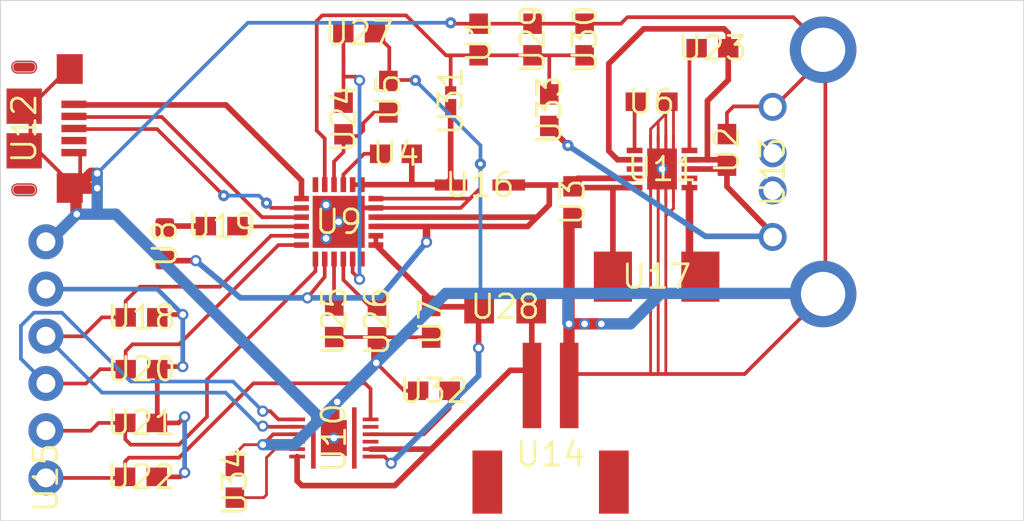
<source format=kicad_pcb>
(kicad_pcb (version 20171130) (host pcbnew "(6.0.0-rc1-dev-1469-g932b9a334)")

  (general
    (thickness 1.6)
    (drawings 4)
    (tracks 375)
    (zones 0)
    (modules 34)
    (nets 39)
  )

  (page A4)
  (layers
    (0 Top signal)
    (31 Bottom signal)
    (32 B.Adhes user)
    (33 F.Adhes user)
    (34 B.Paste user)
    (35 F.Paste user)
    (36 B.SilkS user)
    (37 F.SilkS user)
    (38 B.Mask user)
    (39 F.Mask user)
    (40 Dwgs.User user)
    (41 Cmts.User user)
    (42 Eco1.User user)
    (43 Eco2.User user)
    (44 Edge.Cuts user)
    (45 Margin user)
    (46 B.CrtYd user)
    (47 F.CrtYd user)
    (48 B.Fab user)
    (49 F.Fab user)
  )

  (setup
    (last_trace_width 0.2)
    (trace_clearance 0.127)
    (zone_clearance 0.508)
    (zone_45_only no)
    (trace_min 0.1524)
    (via_size 0.6)
    (via_drill 0.254)
    (via_min_size 0.4)
    (via_min_drill 0.254)
    (uvia_size 0.3)
    (uvia_drill 0.1)
    (uvias_allowed yes)
    (uvia_min_size 0.2)
    (uvia_min_drill 0.1)
    (edge_width 0.05)
    (segment_width 0.2)
    (pcb_text_width 0.3)
    (pcb_text_size 1.5 1.5)
    (mod_edge_width 0.12)
    (mod_text_size 1 1)
    (mod_text_width 0.15)
    (pad_size 1.524 1.524)
    (pad_drill 0.762)
    (pad_to_mask_clearance 0.051)
    (solder_mask_min_width 0.25)
    (aux_axis_origin 0 0)
    (visible_elements 7FFFFFFF)
    (pcbplotparams
      (layerselection 0x010fc_ffffffff)
      (usegerberextensions false)
      (usegerberattributes false)
      (usegerberadvancedattributes false)
      (creategerberjobfile false)
      (excludeedgelayer true)
      (linewidth 0.100000)
      (plotframeref false)
      (viasonmask false)
      (mode 1)
      (useauxorigin false)
      (hpglpennumber 1)
      (hpglpenspeed 20)
      (hpglpendiameter 15.000000)
      (psnegative false)
      (psa4output false)
      (plotreference true)
      (plotvalue true)
      (plotinvisibletext false)
      (padsonsilk false)
      (subtractmaskfromsilk false)
      (outputformat 1)
      (mirror false)
      (drillshape 1)
      (scaleselection 1)
      (outputdirectory ""))
  )

  (net 0 "")
  (net 1 GND)
  (net 2 3.3V)
  (net 3 5V)
  (net 4 "Net-(IC1-Pad24)")
  (net 5 "Net-(C4-Pad1)")
  (net 6 /REG)
  (net 7 "Net-(C3-Pad2)")
  (net 8 "Net-(C3-Pad1)")
  (net 9 /VBAT_MAIN)
  (net 10 /VBAT_CELL)
  (net 11 "Net-(IC1-Pad12)")
  (net 12 "Net-(IC1-Pad11)")
  (net 13 "Net-(IC1-Pad10)")
  (net 14 "Net-(IC1-Pad9)")
  (net 15 /CHG_INT)
  (net 16 /SDA)
  (net 17 /SCL)
  (net 18 "Net-(IC1-Pad4)")
  (net 19 "Net-(IC1-Pad3)")
  (net 20 "Net-(IC1-Pad2)")
  (net 21 "Net-(IC1-Pad1)")
  (net 22 /FUEL_INT)
  (net 23 "Net-(IC2-Pad11)")
  (net 24 "Net-(IC2-Pad10)")
  (net 25 "Net-(IC2-Pad9)")
  (net 26 "Net-(IC2-Pad6)")
  (net 27 "Net-(C10-Pad1)")
  (net 28 "Net-(IC2-Pad4)")
  (net 29 "Net-(J1-PadID)")
  (net 30 "Net-(J2-Pad3)")
  (net 31 "Net-(J2-Pad2)")
  (net 32 "Net-(J3-PadNC2)")
  (net 33 "Net-(J3-PadNC1)")
  (net 34 "Net-(D2-PadC)")
  (net 35 "Net-(IC3-Pad8)")
  (net 36 "Net-(C7-Pad1)")
  (net 37 "Net-(IC3-Pad5)")
  (net 38 "Net-(IC3-Pad1)")

  (net_class Default "This is the default net class."
    (clearance 0.127)
    (trace_width 0.2)
    (via_dia 0.6)
    (via_drill 0.254)
    (uvia_dia 0.3)
    (uvia_drill 0.1)
    (add_net /CHG_INT)
    (add_net /FUEL_INT)
    (add_net /REG)
    (add_net /SCL)
    (add_net /SDA)
    (add_net 3.3V)
    (add_net GND)
    (add_net "Net-(C10-Pad1)")
    (add_net "Net-(C3-Pad1)")
    (add_net "Net-(C3-Pad2)")
    (add_net "Net-(C4-Pad1)")
    (add_net "Net-(C7-Pad1)")
    (add_net "Net-(D2-PadC)")
    (add_net "Net-(IC1-Pad10)")
    (add_net "Net-(IC1-Pad11)")
    (add_net "Net-(IC1-Pad12)")
    (add_net "Net-(IC1-Pad2)")
    (add_net "Net-(IC1-Pad24)")
    (add_net "Net-(IC1-Pad3)")
    (add_net "Net-(IC1-Pad4)")
    (add_net "Net-(IC1-Pad9)")
    (add_net "Net-(IC2-Pad10)")
    (add_net "Net-(IC2-Pad11)")
    (add_net "Net-(IC2-Pad4)")
    (add_net "Net-(IC2-Pad9)")
    (add_net "Net-(IC3-Pad5)")
    (add_net "Net-(IC3-Pad8)")
    (add_net "Net-(J1-PadID)")
    (add_net "Net-(J2-Pad2)")
    (add_net "Net-(J2-Pad3)")
    (add_net "Net-(J3-PadNC1)")
    (add_net "Net-(J3-PadNC2)")
  )

  (net_class Power ""
    (clearance 0.127)
    (trace_width 0.3048)
    (via_dia 0.6)
    (via_drill 0.254)
    (uvia_dia 0.3)
    (uvia_drill 0.1)
    (add_net /VBAT_CELL)
    (add_net /VBAT_MAIN)
    (add_net 5V)
    (add_net "Net-(IC1-Pad1)")
    (add_net "Net-(IC2-Pad6)")
    (add_net "Net-(IC3-Pad1)")
  )

  (module batteryCharger:JST-2-SMD locked (layer Top) (tedit 5DCE038C) (tstamp 5DC8CB2B)
    (at 150.5712 114.1476 180)
    (descr "<h3>JST-Right Angle Male Header SMT</h3>\n<p>Specifications:\n<ul><li>Pin count: 2</li>\n<li>Pin pitch: 2mm</li>\n</ul></p>\n<p><a href=”http://www.4uconnector.com/online/object/4udrawing/20404.pdf”>Datasheet referenced for footprint</a></p>\n<p>Example device(s):\n<ul><li>CONN_02</li>\n<li>JST_2MM_MALE</li>\n</ul></p>")
    (path /B665FDA9)
    (fp_text reference U14 (at 0 -1.27 180) (layer F.SilkS)
      (effects (font (size 1.27 1.27) (thickness 0.15)))
    )
    (fp_text value "" (at 0 -1.27 180) (layer F.SilkS)
      (effects (font (size 1.27 1.27) (thickness 0.15)))
    )
    (fp_poly (pts (xy -4.5 -4.37) (xy 4.4 -4.37) (xy 4.4 3.33) (xy -4.5 3.33)) (layer F.CrtYd) (width 0.1))
    (pad NC2 smd rect (at 3.4 -2.77 270) (size 3.4 1.6) (layers Top F.Paste F.Mask)
      (net 32 "Net-(J3-PadNC2)") (solder_mask_margin 0.0635))
    (pad NC1 smd rect (at -3.4 -2.77 270) (size 3.4 1.6) (layers Top F.Paste F.Mask)
      (net 33 "Net-(J3-PadNC1)") (solder_mask_margin 0.0635))
    (pad 2 smd rect (at 1 2.43 180) (size 1 4.6) (layers Top F.Paste F.Mask)
      (net 26 "Net-(IC2-Pad6)") (solder_mask_margin 0.0635))
    (pad 1 smd rect (at -1 2.43 180) (size 1 4.6) (layers Top F.Paste F.Mask)
      (net 1 GND) (solder_mask_margin 0.0635))
  )

  (module batteryCharger:UE27AC54100 locked (layer Top) (tedit 5DCE0580) (tstamp 5DC8CB18)
    (at 168.8592 100.2284 90)
    (descr "<b>UE27AC54100</b><br>\n")
    (path /C3E76336)
    (fp_text reference U13 (at 0 -6.35 90) (layer F.SilkS)
      (effects (font (size 1.27 1.27) (thickness 0.15)))
    )
    (fp_text value "" (at 0 -6.35 90) (layer F.SilkS)
      (effects (font (size 1.27 1.27) (thickness 0.15)))
    )
    (fp_poly (pts (xy -6.6 -7.25) (xy 6.6 -7.25) (xy 6.6 6.75) (xy -6.6 6.75)
      (xy -6.6 -7.15)) (layer F.CrtYd) (width 0.1))
    (pad 6 thru_hole circle (at 6.57 -3.64 90) (size 3.58 3.58) (drill 2.38) (layers *.Cu *.Mask)
      (net 1 GND) (solder_mask_margin 0.0635))
    (pad 5 thru_hole circle (at -6.57 -3.64 90) (size 3.58 3.58) (drill 2.38) (layers *.Cu *.Mask)
      (net 1 GND) (solder_mask_margin 0.0635))
    (pad 4 thru_hole circle (at 3.5 -6.35 90) (size 1.5 1.5) (drill 1) (layers *.Cu *.Mask)
      (net 1 GND) (solder_mask_margin 0.0635))
    (pad 3 thru_hole circle (at 1 -6.35 90) (size 1.5 1.5) (drill 1) (layers *.Cu *.Mask)
      (net 30 "Net-(J2-Pad3)") (solder_mask_margin 0.0635))
    (pad 2 thru_hole circle (at -1 -6.35 90) (size 1.5 1.5) (drill 1) (layers *.Cu *.Mask)
      (net 31 "Net-(J2-Pad2)") (solder_mask_margin 0.0635))
    (pad 1 thru_hole circle (at -3.5 -6.35 90) (size 1.5 1.5) (drill 1) (layers *.Cu *.Mask)
      (net 3 5V) (solder_mask_margin 0.0635))
  )

  (module batteryCharger:1X06 locked (layer Top) (tedit 5DCDF9C7) (tstamp 5DC8CB3B)
    (at 123.444 110.3376 90)
    (descr "<h3>Plated Through Hole - 6 Pin</h3>\n<p>Specifications:\n<ul><li>Pin count:6</li>\n<li>Pin pitch:0.1\"</li>\n</ul></p>\n<p>Example device(s):\n<ul><li>CONN_06</li>\n</ul></p>")
    (path /FA7CA15B)
    (fp_text reference U15 (at -6.35 0 90) (layer F.SilkS)
      (effects (font (size 1.27 1.27) (thickness 0.15)))
    )
    (fp_text value "" (at -6.35 0 90) (layer F.SilkS)
      (effects (font (size 1.27 1.27) (thickness 0.15)))
    )
    (fp_poly (pts (xy -7.35 -1) (xy 7.4 -1) (xy 7.4 1) (xy -7.35 1)) (layer F.CrtYd) (width 0.1))
    (fp_poly (pts (xy -7.35 -1) (xy 7.4 -1) (xy 7.4 1) (xy -7.35 1)) (layer B.CrtYd) (width 0.1))
    (pad 6 thru_hole circle (at 6.35 0 180) (size 1.8796 1.8796) (drill 1.016) (layers *.Cu *.Mask)
      (net 1 GND) (solder_mask_margin 0.0635))
    (pad 5 thru_hole circle (at 3.81 0 180) (size 1.8796 1.8796) (drill 1.016) (layers *.Cu *.Mask)
      (net 2 3.3V) (solder_mask_margin 0.0635))
    (pad 4 thru_hole circle (at 1.27 0 180) (size 1.8796 1.8796) (drill 1.016) (layers *.Cu *.Mask)
      (net 17 /SCL) (solder_mask_margin 0.0635))
    (pad 3 thru_hole circle (at -1.27 0 180) (size 1.8796 1.8796) (drill 1.016) (layers *.Cu *.Mask)
      (net 16 /SDA) (solder_mask_margin 0.0635))
    (pad 2 thru_hole circle (at -3.81 0 180) (size 1.8796 1.8796) (drill 1.016) (layers *.Cu *.Mask)
      (net 15 /CHG_INT) (solder_mask_margin 0.0635))
    (pad 1 thru_hole circle (at -6.35 0 180) (size 1.8796 1.8796) (drill 1.016) (layers *.Cu *.Mask)
      (net 22 /FUEL_INT) (solder_mask_margin 0.0635))
  )

  (module batteryCharger:10118193-0001LF locked (layer Top) (tedit 5DCDFC4E) (tstamp 5DC8CAF9)
    (at 123.5456 97.8916 270)
    (path /449C7C68)
    (fp_text reference U12 (at 0 1.27 270) (layer F.SilkS)
      (effects (font (size 1.27 1.27) (thickness 0.15)))
    )
    (fp_text value "" (at 0 1.27 270) (layer F.SilkS)
      (effects (font (size 1.27 1.27) (thickness 0.15)))
    )
    (fp_poly (pts (xy -4.25 -2.23) (xy 4.25 -2.23) (xy 4.25 2.27) (xy -4.25 2.27)) (layer F.CrtYd) (width 0.1))
    (fp_poly (pts (xy 2.9 0.87) (xy 2.9 1.72) (xy 2.945776 1.850133) (xy 3.037868 1.952843)
      (xy 3.3 2.02) (xy 3.445409 2.001022) (xy 3.572487 1.927843) (xy 3.7 1.67)
      (xy 3.7 0.82) (xy 3.654224 0.689867) (xy 3.562132 0.587157) (xy 3.3 0.52)
      (xy 3.154591 0.538978) (xy 3.027513 0.612157)) (layer F.Mask) (width 0))
    (fp_poly (pts (xy -3.7 0.82) (xy -3.7 1.67) (xy -3.661888 1.811603) (xy -3.572487 1.927843)
      (xy -3.3 2.02) (xy -3.162255 2.012492) (xy -3.037868 1.952843) (xy -2.945776 1.850133)
      (xy -2.9 1.72) (xy -2.9 0.87) (xy -2.938112 0.728397) (xy -3.027513 0.612157)
      (xy -3.3 0.52) (xy -3.437745 0.527508) (xy -3.562132 0.587157)) (layer F.Mask) (width 0))
    (fp_poly (pts (xy 2.95 0.87) (xy 2.95 1.67) (xy 3.006042 1.829151) (xy 3.134151 1.938958)
      (xy 3.3 1.97) (xy 3.465849 1.938958) (xy 3.593958 1.829151) (xy 3.65 1.67)
      (xy 3.65 0.87) (xy 3.593958 0.710849) (xy 3.465849 0.601042) (xy 3.3 0.57)
      (xy 3.134151 0.601042) (xy 3.006042 0.710849)) (layer F.Paste) (width 0))
    (fp_poly (pts (xy -3.65 0.87) (xy -3.65 1.67) (xy -3.593958 1.829151) (xy -3.465849 1.938958)
      (xy -3.3 1.97) (xy -3.134151 1.938958) (xy -3.006042 1.829151) (xy -2.95 1.67)
      (xy -2.95 0.87) (xy -3.006042 0.710849) (xy -3.134151 0.601042) (xy -3.3 0.57)
      (xy -3.465849 0.601042) (xy -3.593958 0.710849)) (layer F.Paste) (width 0))
    (fp_arc (start 3.275 0.895) (end 3.05 0.87) (angle 90) (layer Edge.Cuts) (width 0.05))
    (fp_line (start 3.05 1.67) (end 3.05 0.87) (layer Edge.Cuts) (width 0.05))
    (fp_arc (start 3.275 1.645) (end 3.3 1.87) (angle 90) (layer Edge.Cuts) (width 0.05))
    (fp_arc (start 3.325 1.645) (end 3.55 1.67) (angle 90) (layer Edge.Cuts) (width 0.05))
    (fp_line (start 3.55 0.87) (end 3.55 1.67) (layer Edge.Cuts) (width 0.05))
    (fp_arc (start 3.325 0.895) (end 3.3 0.67) (angle 90) (layer Edge.Cuts) (width 0.05))
    (fp_poly (pts (xy 2.95 0.87) (xy 2.95 1.67) (xy 3.006042 1.829151) (xy 3.134151 1.938958)
      (xy 3.3 1.97) (xy 3.465849 1.938958) (xy 3.593958 1.829151) (xy 3.65 1.67)
      (xy 3.65 0.87) (xy 3.593958 0.710849) (xy 3.465849 0.601042) (xy 3.3 0.57)
      (xy 3.134151 0.601042) (xy 3.006042 0.710849)) (layer Top) (width 0))
    (fp_arc (start -3.325 0.895) (end -3.55 0.87) (angle 90) (layer Edge.Cuts) (width 0.05))
    (fp_line (start -3.55 1.67) (end -3.55 0.87) (layer Edge.Cuts) (width 0.05))
    (fp_arc (start -3.325 1.645) (end -3.3 1.87) (angle 90) (layer Edge.Cuts) (width 0.05))
    (fp_arc (start -3.275 1.645) (end -3.05 1.67) (angle 90) (layer Edge.Cuts) (width 0.05))
    (fp_line (start -3.05 0.87) (end -3.05 1.67) (layer Edge.Cuts) (width 0.05))
    (fp_arc (start -3.275 0.895) (end -3.3 0.67) (angle 90) (layer Edge.Cuts) (width 0.05))
    (fp_poly (pts (xy -3.65 0.87) (xy -3.65 1.67) (xy -3.593958 1.829151) (xy -3.465849 1.938958)
      (xy -3.3 1.97) (xy -3.134151 1.938958) (xy -3.006042 1.829151) (xy -2.95 1.67)
      (xy -2.95 0.87) (xy -3.006042 0.710849) (xy -3.134151 0.601042) (xy -3.3 0.57)
      (xy -3.465849 0.601042) (xy -3.593958 0.710849)) (layer Top) (width 0))
    (pad SHIELD$4 smd rect (at 1.2 1.27 270) (size 1.9 1.9) (layers Top F.Paste F.Mask)
      (net 1 GND) (solder_mask_margin 0.0635))
    (pad SHIELD$3 smd rect (at -1.2 1.27 270) (size 1.9 1.9) (layers Top F.Paste F.Mask)
      (net 1 GND) (solder_mask_margin 0.0635))
    (pad GND smd rect (at 1.3 -1.405 270) (size 0.4 1.35) (layers Top F.Paste F.Mask)
      (net 1 GND) (solder_mask_margin 0.0635))
    (pad VCC smd rect (at -1.3 -1.405 270) (size 0.4 1.35) (layers Top F.Paste F.Mask)
      (net 21 "Net-(IC1-Pad1)") (solder_mask_margin 0.0635))
    (pad D- smd rect (at -0.65 -1.405 270) (size 0.4 1.35) (layers Top F.Paste F.Mask)
      (net 19 "Net-(IC1-Pad3)") (solder_mask_margin 0.0635))
    (pad ID smd rect (at 0.65 -1.405 270) (size 0.4 1.35) (layers Top F.Paste F.Mask)
      (net 29 "Net-(J1-PadID)") (solder_mask_margin 0.0635))
    (pad D+ smd rect (at 0 -1.405 270) (size 0.4 1.35) (layers Top F.Paste F.Mask)
      (net 20 "Net-(IC1-Pad2)") (solder_mask_margin 0.0635))
    (pad SHIELD$2 smd rect (at 3.2 -1.18 270) (size 1.6 1.4) (layers Top F.Paste F.Mask)
      (net 1 GND) (solder_mask_margin 0.0635))
    (pad SHIELD$1 smd rect (at -3.2 -1.18 270) (size 1.6 1.4) (layers Top F.Paste F.Mask)
      (net 1 GND) (solder_mask_margin 0.0635))
  )

  (module batteryCharger:0603 (layer Top) (tedit 5DCDFB95) (tstamp 5DC8CC28)
    (at 146.7011 93.1036 90)
    (descr "<p><b>Generic 1608 (0603) package</b></p>\n<p>0.2mm courtyard excess rounded to nearest 0.05mm.</p>")
    (path /831A5F64)
    (fp_text reference U1 (at 0 0 90) (layer F.SilkS)
      (effects (font (size 1.27 1.27) (thickness 0.15)))
    )
    (fp_text value "" (at 0 0 90) (layer F.SilkS)
      (effects (font (size 1.27 1.27) (thickness 0.15)))
    )
    (fp_poly (pts (xy -1.6 -0.7) (xy 1.6 -0.7) (xy 1.6 0.7) (xy -1.6 0.7)) (layer F.CrtYd) (width 0.1))
    (pad 2 smd rect (at 0.85 0 90) (size 1.1 1) (layers Top F.Paste F.Mask)
      (net 1 GND) (solder_mask_margin 0.0635))
    (pad 1 smd rect (at -0.85 0 90) (size 1.1 1) (layers Top F.Paste F.Mask)
      (net 5 "Net-(C4-Pad1)") (solder_mask_margin 0.0635))
  )

  (module batteryCharger:0603 (layer Top) (tedit 5DCDFB95) (tstamp 5DC8CA29)
    (at 160.0511 99.0436 90)
    (descr "<p><b>Generic 1608 (0603) package</b></p>\n<p>0.2mm courtyard excess rounded to nearest 0.05mm.</p>")
    (path /2CB5EB77)
    (fp_text reference U2 (at 0 0 90) (layer F.SilkS)
      (effects (font (size 1.27 1.27) (thickness 0.15)))
    )
    (fp_text value "" (at 0 0 90) (layer F.SilkS)
      (effects (font (size 1.27 1.27) (thickness 0.15)))
    )
    (fp_poly (pts (xy -1.6 -0.7) (xy 1.6 -0.7) (xy 1.6 0.7) (xy -1.6 0.7)) (layer F.CrtYd) (width 0.1))
    (pad 2 smd rect (at 0.85 0 90) (size 1.1 1) (layers Top F.Paste F.Mask)
      (net 1 GND) (solder_mask_margin 0.0635))
    (pad 1 smd rect (at -0.85 0 90) (size 1.1 1) (layers Top F.Paste F.Mask)
      (net 3 5V) (solder_mask_margin 0.0635))
  )

  (module batteryCharger:0603 (layer Top) (tedit 5DCDFB95) (tstamp 5DC8CA37)
    (at 151.7511 101.8536 270)
    (descr "<p><b>Generic 1608 (0603) package</b></p>\n<p>0.2mm courtyard excess rounded to nearest 0.05mm.</p>")
    (path /483159C7)
    (fp_text reference U3 (at 0 0 270) (layer F.SilkS)
      (effects (font (size 1.27 1.27) (thickness 0.15)))
    )
    (fp_text value "" (at 0 0 270) (layer F.SilkS)
      (effects (font (size 1.27 1.27) (thickness 0.15)))
    )
    (fp_poly (pts (xy -1.6 -0.7) (xy 1.6 -0.7) (xy 1.6 0.7) (xy -1.6 0.7)) (layer F.CrtYd) (width 0.1))
    (pad 2 smd rect (at 0.85 0 270) (size 1.1 1) (layers Top F.Paste F.Mask)
      (net 1 GND) (solder_mask_margin 0.0635))
    (pad 1 smd rect (at -0.85 0 270) (size 1.1 1) (layers Top F.Paste F.Mask)
      (net 9 /VBAT_MAIN) (solder_mask_margin 0.0635))
  )

  (module batteryCharger:0603 (layer Top) (tedit 5DCDFB95) (tstamp 5DC8CA45)
    (at 142.2611 99.2536 180)
    (descr "<p><b>Generic 1608 (0603) package</b></p>\n<p>0.2mm courtyard excess rounded to nearest 0.05mm.</p>")
    (path /24FC589D)
    (fp_text reference U4 (at 0 0 180) (layer F.SilkS)
      (effects (font (size 1.27 1.27) (thickness 0.15)))
    )
    (fp_text value "" (at 0 0 180) (layer F.SilkS)
      (effects (font (size 1.27 1.27) (thickness 0.15)))
    )
    (fp_poly (pts (xy -1.6 -0.7) (xy 1.6 -0.7) (xy 1.6 0.7) (xy -1.6 0.7)) (layer F.CrtYd) (width 0.1))
    (pad 2 smd rect (at 0.85 0 180) (size 1.1 1) (layers Top F.Paste F.Mask)
      (net 7 "Net-(C3-Pad2)") (solder_mask_margin 0.0635))
    (pad 1 smd rect (at -0.85 0 180) (size 1.1 1) (layers Top F.Paste F.Mask)
      (net 8 "Net-(C3-Pad1)") (solder_mask_margin 0.0635))
  )

  (module batteryCharger:0603 (layer Top) (tedit 5DCDFB95) (tstamp 5DC8CA53)
    (at 141.8511 96.1836 90)
    (descr "<p><b>Generic 1608 (0603) package</b></p>\n<p>0.2mm courtyard excess rounded to nearest 0.05mm.</p>")
    (path /DAF477DA)
    (fp_text reference U5 (at 0 0 90) (layer F.SilkS)
      (effects (font (size 1.27 1.27) (thickness 0.15)))
    )
    (fp_text value "" (at 0 0 90) (layer F.SilkS)
      (effects (font (size 1.27 1.27) (thickness 0.15)))
    )
    (fp_poly (pts (xy -1.6 -0.7) (xy 1.6 -0.7) (xy 1.6 0.7) (xy -1.6 0.7)) (layer F.CrtYd) (width 0.1))
    (pad 2 smd rect (at 0.85 0 90) (size 1.1 1) (layers Top F.Paste F.Mask)
      (net 1 GND) (solder_mask_margin 0.0635))
    (pad 1 smd rect (at -0.85 0 90) (size 1.1 1) (layers Top F.Paste F.Mask)
      (net 6 /REG) (solder_mask_margin 0.0635))
  )

  (module batteryCharger:0603 (layer Top) (tedit 5DCDFB95) (tstamp 5DC8CA61)
    (at 156.0011 96.4536)
    (descr "<p><b>Generic 1608 (0603) package</b></p>\n<p>0.2mm courtyard excess rounded to nearest 0.05mm.</p>")
    (path /2435BEF6)
    (fp_text reference U6 (at 0 0) (layer F.SilkS)
      (effects (font (size 1.27 1.27) (thickness 0.15)))
    )
    (fp_text value "" (at 0 0) (layer F.SilkS)
      (effects (font (size 1.27 1.27) (thickness 0.15)))
    )
    (fp_poly (pts (xy -1.6 -0.7) (xy 1.6 -0.7) (xy 1.6 0.7) (xy -1.6 0.7)) (layer F.CrtYd) (width 0.1))
    (pad 2 smd rect (at 0.85 0) (size 1.1 1) (layers Top F.Paste F.Mask)
      (net 1 GND) (solder_mask_margin 0.0635))
    (pad 1 smd rect (at -0.85 0) (size 1.1 1) (layers Top F.Paste F.Mask)
      (net 36 "Net-(C7-Pad1)") (solder_mask_margin 0.0635))
  )

  (module batteryCharger:0603 (layer Top) (tedit 5DCDFB95) (tstamp 5DC8CA6F)
    (at 144.1511 108.2936 270)
    (descr "<p><b>Generic 1608 (0603) package</b></p>\n<p>0.2mm courtyard excess rounded to nearest 0.05mm.</p>")
    (path /EC6A4D83)
    (fp_text reference U7 (at 0 0 270) (layer F.SilkS)
      (effects (font (size 1.27 1.27) (thickness 0.15)))
    )
    (fp_text value "" (at 0 0 270) (layer F.SilkS)
      (effects (font (size 1.27 1.27) (thickness 0.15)))
    )
    (fp_poly (pts (xy -1.6 -0.7) (xy 1.6 -0.7) (xy 1.6 0.7) (xy -1.6 0.7)) (layer F.CrtYd) (width 0.1))
    (pad 2 smd rect (at 0.85 0 270) (size 1.1 1) (layers Top F.Paste F.Mask)
      (net 1 GND) (solder_mask_margin 0.0635))
    (pad 1 smd rect (at -0.85 0 270) (size 1.1 1) (layers Top F.Paste F.Mask)
      (net 10 /VBAT_CELL) (solder_mask_margin 0.0635))
  )

  (module batteryCharger:LED-0603 (layer Top) (tedit 5DCE041B) (tstamp 5DC8CA7D)
    (at 129.8311 104.0936 90)
    (descr "<B>LED 0603 SMT</B><p>\n0603, surface mount.\n<p>Specifications:\n<ul><li>Pin count: 2</li>\n<li>Pin pitch:0.075inch </li>\n<li>Area: 0.06\" x 0.03\"</li>\n</ul></p>\n<p>Example device(s):\n<ul><li>LED - BLUE</li>")
    (path /8583A422)
    (fp_text reference U8 (at 0 0 90) (layer F.SilkS)
      (effects (font (size 1.27 1.27) (thickness 0.15)))
    )
    (fp_text value "" (at 0 0 90) (layer F.SilkS)
      (effects (font (size 1.27 1.27) (thickness 0.15)))
    )
    (fp_poly (pts (xy -1.5 -0.6) (xy 1.5 -0.6) (xy 1.5 0.6) (xy -1.5 0.6)) (layer F.CrtYd) (width 0.1))
    (pad A smd roundrect (at -0.877 0) (size 1 1) (layers Top F.Paste F.Mask) (roundrect_rratio 0.15)
      (net 9 /VBAT_MAIN) (solder_mask_margin 0.0635))
    (pad C smd roundrect (at 0.877 0) (size 1 1) (layers Top F.Paste F.Mask) (roundrect_rratio 0.15)
      (net 34 "Net-(D2-PadC)") (solder_mask_margin 0.0635))
  )

  (module batteryCharger:QFN50P400X400X100-25N (layer Top) (tedit 5DCE0483) (tstamp 5DC8CA87)
    (at 139.1811 102.9136)
    (descr "<b>RGE (S-PVQFN-N24)_2</b><br>\n")
    (path /22F7723E)
    (fp_text reference U9 (at 0 0) (layer F.SilkS)
      (effects (font (size 1.27 1.27) (thickness 0.15)))
    )
    (fp_text value "" (at 0 0) (layer F.SilkS)
      (effects (font (size 1.27 1.27) (thickness 0.15)))
    )
    (fp_poly (pts (xy -2.6 -2.5) (xy 2.6 -2.5) (xy 2.6 2.5) (xy -2.6 2.5)) (layer F.CrtYd) (width 0.1))
    (pad 25 smd rect (at 0 0 90) (size 2.8 2.8) (layers Top F.Paste F.Mask)
      (net 1 GND) (solder_mask_margin 0.0635))
    (pad 24 smd rect (at -1.25 -2 90) (size 0.8 0.3) (layers Top F.Paste F.Mask)
      (net 4 "Net-(IC1-Pad24)") (solder_mask_margin 0.0635))
    (pad 23 smd rect (at -0.75 -2 90) (size 0.8 0.3) (layers Top F.Paste F.Mask)
      (net 5 "Net-(C4-Pad1)") (solder_mask_margin 0.0635))
    (pad 22 smd rect (at -0.25 -2 90) (size 0.8 0.3) (layers Top F.Paste F.Mask)
      (net 6 /REG) (solder_mask_margin 0.0635))
    (pad 21 smd rect (at 0.25 -2 90) (size 0.8 0.3) (layers Top F.Paste F.Mask)
      (net 7 "Net-(C3-Pad2)") (solder_mask_margin 0.0635))
    (pad 20 smd rect (at 0.75 -2 90) (size 0.8 0.3) (layers Top F.Paste F.Mask)
      (net 8 "Net-(C3-Pad1)") (solder_mask_margin 0.0635))
    (pad 19 smd rect (at 1.25 -2 90) (size 0.8 0.3) (layers Top F.Paste F.Mask)
      (net 8 "Net-(C3-Pad1)") (solder_mask_margin 0.0635))
    (pad 18 smd rect (at 2 -1.25) (size 0.8 0.3) (layers Top F.Paste F.Mask)
      (net 1 GND) (solder_mask_margin 0.0635))
    (pad 17 smd rect (at 2 -0.75) (size 0.8 0.3) (layers Top F.Paste F.Mask)
      (net 1 GND) (solder_mask_margin 0.0635))
    (pad 16 smd rect (at 2 -0.25) (size 0.8 0.3) (layers Top F.Paste F.Mask)
      (net 9 /VBAT_MAIN) (solder_mask_margin 0.0635))
    (pad 15 smd rect (at 2 0.25) (size 0.8 0.3) (layers Top F.Paste F.Mask)
      (net 9 /VBAT_MAIN) (solder_mask_margin 0.0635))
    (pad 14 smd rect (at 2 0.75) (size 0.8 0.3) (layers Top F.Paste F.Mask)
      (net 10 /VBAT_CELL) (solder_mask_margin 0.0635))
    (pad 13 smd rect (at 2 1.25) (size 0.8 0.3) (layers Top F.Paste F.Mask)
      (net 10 /VBAT_CELL) (solder_mask_margin 0.0635))
    (pad 12 smd rect (at 1.25 2 90) (size 0.8 0.3) (layers Top F.Paste F.Mask)
      (net 11 "Net-(IC1-Pad12)") (solder_mask_margin 0.0635))
    (pad 11 smd rect (at 0.75 2 90) (size 0.8 0.3) (layers Top F.Paste F.Mask)
      (net 12 "Net-(IC1-Pad11)") (solder_mask_margin 0.0635))
    (pad 10 smd rect (at 0.25 2 90) (size 0.8 0.3) (layers Top F.Paste F.Mask)
      (net 13 "Net-(IC1-Pad10)") (solder_mask_margin 0.0635))
    (pad 9 smd rect (at -0.25 2 90) (size 0.8 0.3) (layers Top F.Paste F.Mask)
      (net 14 "Net-(IC1-Pad9)") (solder_mask_margin 0.0635))
    (pad 8 smd rect (at -0.75 2 90) (size 0.8 0.3) (layers Top F.Paste F.Mask)
      (net 9 /VBAT_MAIN) (solder_mask_margin 0.0635))
    (pad 7 smd rect (at -1.25 2 90) (size 0.8 0.3) (layers Top F.Paste F.Mask)
      (net 15 /CHG_INT) (solder_mask_margin 0.0635))
    (pad 6 smd rect (at -2 1.25) (size 0.8 0.3) (layers Top F.Paste F.Mask)
      (net 16 /SDA) (solder_mask_margin 0.0635))
    (pad 5 smd rect (at -2 0.75) (size 0.8 0.3) (layers Top F.Paste F.Mask)
      (net 17 /SCL) (solder_mask_margin 0.0635))
    (pad 4 smd rect (at -2 0.25) (size 0.8 0.3) (layers Top F.Paste F.Mask)
      (net 18 "Net-(IC1-Pad4)") (solder_mask_margin 0.0635))
    (pad 3 smd rect (at -2 -0.25) (size 0.8 0.3) (layers Top F.Paste F.Mask)
      (net 19 "Net-(IC1-Pad3)") (solder_mask_margin 0.0635))
    (pad 2 smd rect (at -2 -0.75) (size 0.8 0.3) (layers Top F.Paste F.Mask)
      (net 20 "Net-(IC1-Pad2)") (solder_mask_margin 0.0635))
    (pad 1 smd rect (at -2 -1.25) (size 0.8 0.3) (layers Top F.Paste F.Mask)
      (net 21 "Net-(IC1-Pad1)") (solder_mask_margin 0.0635))
  )

  (module batteryCharger:BQ27441DRZRG1A (layer Top) (tedit 5DCDFC87) (tstamp 5DC8CAAD)
    (at 138.9211 114.5436 270)
    (descr "<b>DRZ (S-PDSO-N12)</b><br>\n")
    (path /BC34DC86)
    (fp_text reference U10 (at 0 0 270) (layer F.SilkS)
      (effects (font (size 1.27 1.27) (thickness 0.15)))
    )
    (fp_text value "" (at 0 0 270) (layer F.SilkS)
      (effects (font (size 1.27 1.27) (thickness 0.15)))
    )
    (fp_poly (pts (xy -1.75 -2.5) (xy 1.75 -2.5) (xy 1.75 2.5) (xy -1.75 2.5)) (layer F.CrtYd) (width 0.1))
    (pad 15 smd rect (at 0 1.1 270) (size 3.3 0.25) (layers Top F.Paste F.Mask)
      (solder_mask_margin 0.0635))
    (pad 14 smd rect (at 0 -1.1 270) (size 3.3 0.25) (layers Top F.Paste F.Mask)
      (solder_mask_margin 0.0635))
    (pad 13 smd custom (at 0 0) (size 1.397 1.9304) (layers Top F.Paste F.Mask)
      (net 1 GND) (solder_mask_margin 0.0635) (zone_connect 0)
      (options (clearance outline) (anchor rect))
      (primitives
      ))
    (pad 12 smd rect (at -1 -1.975) (size 0.85 0.2) (layers Top F.Paste F.Mask)
      (net 22 /FUEL_INT) (solder_mask_margin 0.0635))
    (pad 11 smd rect (at -0.6 -1.975) (size 0.85 0.2) (layers Top F.Paste F.Mask)
      (net 23 "Net-(IC2-Pad11)") (solder_mask_margin 0.0635))
    (pad 10 smd rect (at -0.2 -1.975) (size 0.85 0.2) (layers Top F.Paste F.Mask)
      (net 24 "Net-(IC2-Pad10)") (solder_mask_margin 0.0635))
    (pad 9 smd rect (at 0.2 -1.975) (size 0.85 0.2) (layers Top F.Paste F.Mask)
      (net 25 "Net-(IC2-Pad9)") (solder_mask_margin 0.0635))
    (pad 8 smd rect (at 0.6 -1.975) (size 0.85 0.2) (layers Top F.Paste F.Mask)
      (net 26 "Net-(IC2-Pad6)") (solder_mask_margin 0.0635))
    (pad 7 smd rect (at 1 -1.975) (size 0.85 0.2) (layers Top F.Paste F.Mask)
      (net 10 /VBAT_CELL) (solder_mask_margin 0.0635))
    (pad 6 smd rect (at 1 1.975) (size 0.85 0.2) (layers Top F.Paste F.Mask)
      (net 26 "Net-(IC2-Pad6)") (solder_mask_margin 0.0635))
    (pad 5 smd rect (at 0.6 1.975) (size 0.85 0.2) (layers Top F.Paste F.Mask)
      (net 27 "Net-(C10-Pad1)") (solder_mask_margin 0.0635))
    (pad 4 smd rect (at 0.2 1.975) (size 0.85 0.2) (layers Top F.Paste F.Mask)
      (net 28 "Net-(IC2-Pad4)") (solder_mask_margin 0.0635))
    (pad 3 smd rect (at -0.2 1.975) (size 0.85 0.2) (layers Top F.Paste F.Mask)
      (net 1 GND) (solder_mask_margin 0.0635))
    (pad 2 smd rect (at -0.6 1.975) (size 0.85 0.2) (layers Top F.Paste F.Mask)
      (net 17 /SCL) (solder_mask_margin 0.0635))
    (pad 1 smd rect (at -1 1.975) (size 0.85 0.2) (layers Top F.Paste F.Mask)
      (net 16 /SDA) (solder_mask_margin 0.0635))
  )

  (module batteryCharger:SON50P300X300X100-11N (layer Top) (tedit 5DCE04B8) (tstamp 5DC8CACF)
    (at 156.5611 100.0736 180)
    (descr "<b>DRC (S-PVSON-N10) D-shape_1</b><br>\n")
    (path /B686635D)
    (fp_text reference U11 (at 0 0 180) (layer F.SilkS)
      (effects (font (size 1.27 1.27) (thickness 0.15)))
    )
    (fp_text value "" (at 0 0 180) (layer F.SilkS)
      (effects (font (size 1.27 1.27) (thickness 0.15)))
    )
    (fp_poly (pts (xy -2.1 -1.9) (xy 2 -1.9) (xy 2 1.9) (xy -2.1 1.9)) (layer F.CrtYd) (width 0.1))
    (fp_poly (pts (xy -1.877063 0.876306) (xy -1.877063 1.125225) (xy -1.071882 1.125225) (xy -1.071882 0.876306)) (layer F.Paste) (width 0))
    (fp_poly (pts (xy -1.871982 0.375925) (xy -1.871982 0.624844) (xy -1.0668 0.624844) (xy -1.0668 0.375925)) (layer F.Paste) (width 0))
    (fp_poly (pts (xy -1.877062 -0.124456) (xy -1.877062 0.124463) (xy -1.071882 0.124463) (xy -1.071882 -0.124456)) (layer F.Paste) (width 0))
    (fp_poly (pts (xy -1.879603 -0.624837) (xy -1.879603 -0.375919) (xy -1.074422 -0.375919) (xy -1.074422 -0.624837)) (layer F.Paste) (width 0))
    (fp_poly (pts (xy -1.877063 -1.125218) (xy -1.877063 -0.876299) (xy -1.071881 -0.876299) (xy -1.071881 -1.125218)) (layer F.Paste) (width 0))
    (fp_poly (pts (xy 1.074418 0.87884) (xy 1.074418 1.127758) (xy 1.879599 1.127758) (xy 1.879599 0.87884)) (layer F.Paste) (width 0))
    (fp_poly (pts (xy 1.071877 0.375921) (xy 1.071877 0.62484) (xy 1.877058 0.62484) (xy 1.877058 0.375921)) (layer F.Paste) (width 0))
    (fp_poly (pts (xy 1.069337 -0.124459) (xy 1.069337 0.12446) (xy 1.874517 0.12446) (xy 1.874517 -0.124459)) (layer F.Paste) (width 0))
    (fp_poly (pts (xy 1.071877 -0.624837) (xy 1.071877 -0.375918) (xy 1.877058 -0.375918) (xy 1.877058 -0.624837)) (layer F.Paste) (width 0))
    (fp_poly (pts (xy 1.071877 -0.624837) (xy 1.071877 -0.375918) (xy 1.877058 -0.375918) (xy 1.877058 -0.624837)) (layer F.Paste) (width 0))
    (fp_poly (pts (xy 1.074418 -1.125218) (xy 1.074418 -0.8763) (xy 1.8796 -0.8763) (xy 1.8796 -1.125218)) (layer F.Paste) (width 0))
    (pad GND@7 smd rect (at 0.205 1.455 180) (size 0.16 0.762) (layers Top F.Paste F.Mask)
      (net 1 GND) (solder_mask_margin 0.0635))
    (pad GND@6 smd rect (at -0.205 1.455 180) (size 0.16 0.762) (layers Top F.Paste F.Mask)
      (net 1 GND) (solder_mask_margin 0.0635))
    (pad GND@8 smd rect (at 0.615 1.455 180) (size 0.16 0.762) (layers Top F.Paste F.Mask)
      (net 1 GND) (solder_mask_margin 0.0635))
    (pad GND@5 smd rect (at -0.615 1.455 180) (size 0.16 0.762) (layers Top F.Paste F.Mask)
      (net 1 GND) (solder_mask_margin 0.0635))
    (pad GND@3 smd rect (at 0.205 -1.45 180) (size 0.16 0.762) (layers Top F.Paste F.Mask)
      (net 1 GND) (solder_mask_margin 0.0635))
    (pad GND@2 smd rect (at -0.205 -1.45 180) (size 0.16 0.762) (layers Top F.Paste F.Mask)
      (net 1 GND) (solder_mask_margin 0.0635))
    (pad GND@4 smd rect (at 0.615 -1.45 180) (size 0.16 0.762) (layers Top F.Paste F.Mask)
      (net 1 GND) (solder_mask_margin 0.0635))
    (pad GND@9 smd rect (at 0 0.004 180) (size 1.6 2.2098) (layers Top F.Paste F.Mask)
      (net 1 GND) (solder_mask_margin 0.0635))
    (pad GND@1 smd rect (at -0.615 -1.45 180) (size 0.16 0.762) (layers Top F.Paste F.Mask)
      (net 1 GND) (solder_mask_margin 0.0635))
    (pad 10 smd rect (at 1.475 -1 180) (size 0.85 0.2968) (layers Top F.Mask)
      (net 9 /VBAT_MAIN) (solder_mask_margin 0.0635))
    (pad 9 smd rect (at 1.475 -0.5 180) (size 0.85 0.2968) (layers Top F.Mask)
      (net 9 /VBAT_MAIN) (solder_mask_margin 0.0635))
    (pad 8 smd rect (at 1.475 0 180) (size 0.85 0.2968) (layers Top F.Mask)
      (net 35 "Net-(IC3-Pad8)") (solder_mask_margin 0.0635))
    (pad 7 smd rect (at 1.475 0.5 180) (size 0.85 0.2968) (layers Top F.Mask)
      (net 3 5V) (solder_mask_margin 0.0635))
    (pad 6 smd rect (at 1.475 1 180) (size 0.85 0.2968) (layers Top F.Mask)
      (net 36 "Net-(C7-Pad1)") (solder_mask_margin 0.0635))
    (pad 5 smd rect (at -1.475 1 180) (size 0.85 0.2968) (layers Top F.Mask)
      (net 37 "Net-(IC3-Pad5)") (solder_mask_margin 0.0635))
    (pad 4 smd rect (at -1.475 0.5 180) (size 0.85 0.2968) (layers Top F.Mask)
      (net 3 5V) (solder_mask_margin 0.0635))
    (pad 3 smd rect (at -1.475 0 180) (size 0.85 0.2968) (layers Top F.Mask)
      (net 3 5V) (solder_mask_margin 0.0635))
    (pad 2 smd rect (at -1.475 -0.5 180) (size 0.85 0.2968) (layers Top F.Mask)
      (net 38 "Net-(IC3-Pad1)") (solder_mask_margin 0.0635))
    (pad 1 smd rect (at -1.475 -1 180) (size 0.85 0.2968) (layers Top F.Mask)
      (net 38 "Net-(IC3-Pad1)") (solder_mask_margin 0.0635))
  )

  (module batteryCharger:INDPM3630X200N (layer Top) (tedit 5DCE02B9) (tstamp 5DC8CB70)
    (at 146.7711 100.9336)
    (descr "<b>L1</b><br>\n")
    (path /FF1B59BB)
    (fp_text reference U16 (at 0 0) (layer F.SilkS)
      (effects (font (size 1.27 1.27) (thickness 0.15)))
    )
    (fp_text value "" (at 0 0) (layer F.SilkS)
      (effects (font (size 1.27 1.27) (thickness 0.15)))
    )
    (fp_poly (pts (xy -2.7 -1.9) (xy 2.7 -1.9) (xy 2.7 1.9) (xy -2.7 1.9)) (layer F.CrtYd) (width 0.1))
    (pad 2 smd rect (at 1.55 0) (size 1.75 0.6) (layers Top F.Paste F.Mask)
      (net 9 /VBAT_MAIN) (solder_mask_margin 0.0635))
    (pad 1 smd rect (at -1.55 0) (size 1.75 0.6) (layers Top F.Paste F.Mask)
      (net 8 "Net-(C3-Pad1)") (solder_mask_margin 0.0635))
  )

  (module batteryCharger:INDPM5552X200N (layer Top) (tedit 5DCE0311) (tstamp 5DC8CB7F)
    (at 156.2711 105.8636)
    (descr "<b>IHLP2020_1</b><br>\n")
    (path /B1AD6528)
    (fp_text reference U17 (at 0 0) (layer F.SilkS)
      (effects (font (size 1.27 1.27) (thickness 0.15)))
    )
    (fp_text value "" (at 0 0) (layer F.SilkS)
      (effects (font (size 1.27 1.27) (thickness 0.15)))
    )
    (fp_poly (pts (xy -3.7 -3) (xy 3.7 -3) (xy 3.7 3) (xy -3.7 3)) (layer F.CrtYd) (width 0.1))
    (pad 2 smd rect (at 2.35 0 90) (size 2.7 2.05) (layers Top F.Paste F.Mask)
      (net 38 "Net-(IC3-Pad1)") (solder_mask_margin 0.0635))
    (pad 1 smd rect (at -2.35 0 90) (size 2.7 2.05) (layers Top F.Paste F.Mask)
      (net 9 /VBAT_MAIN) (solder_mask_margin 0.0635))
  )

  (module batteryCharger:0603 (layer Top) (tedit 5DCDFB95) (tstamp 5DC8CB8E)
    (at 128.5811 108.0536)
    (descr "<p><b>Generic 1608 (0603) package</b></p>\n<p>0.2mm courtyard excess rounded to nearest 0.05mm.</p>")
    (path /5FC72806)
    (fp_text reference U18 (at 0 0) (layer F.SilkS)
      (effects (font (size 1.27 1.27) (thickness 0.15)))
    )
    (fp_text value "" (at 0 0) (layer F.SilkS)
      (effects (font (size 1.27 1.27) (thickness 0.15)))
    )
    (fp_poly (pts (xy -1.6 -0.7) (xy 1.6 -0.7) (xy 1.6 0.7) (xy -1.6 0.7)) (layer F.CrtYd) (width 0.1))
    (pad 2 smd rect (at 0.85 0) (size 1.1 1) (layers Top F.Paste F.Mask)
      (net 2 3.3V) (solder_mask_margin 0.0635))
    (pad 1 smd rect (at -0.85 0) (size 1.1 1) (layers Top F.Paste F.Mask)
      (net 17 /SCL) (solder_mask_margin 0.0635))
  )

  (module batteryCharger:0603 (layer Top) (tedit 5DCDFB95) (tstamp 5DC8CB9C)
    (at 132.8911 103.1436)
    (descr "<p><b>Generic 1608 (0603) package</b></p>\n<p>0.2mm courtyard excess rounded to nearest 0.05mm.</p>")
    (path /1BAF28D4)
    (fp_text reference U19 (at 0 0) (layer F.SilkS)
      (effects (font (size 1.27 1.27) (thickness 0.15)))
    )
    (fp_text value "" (at 0 0) (layer F.SilkS)
      (effects (font (size 1.27 1.27) (thickness 0.15)))
    )
    (fp_poly (pts (xy -1.6 -0.7) (xy 1.6 -0.7) (xy 1.6 0.7) (xy -1.6 0.7)) (layer F.CrtYd) (width 0.1))
    (pad 2 smd rect (at 0.85 0) (size 1.1 1) (layers Top F.Paste F.Mask)
      (net 18 "Net-(IC1-Pad4)") (solder_mask_margin 0.0635))
    (pad 1 smd rect (at -0.85 0) (size 1.1 1) (layers Top F.Paste F.Mask)
      (net 34 "Net-(D2-PadC)") (solder_mask_margin 0.0635))
  )

  (module batteryCharger:0603 (layer Top) (tedit 5DCDFB95) (tstamp 5DC8CBAA)
    (at 128.5811 110.8436)
    (descr "<p><b>Generic 1608 (0603) package</b></p>\n<p>0.2mm courtyard excess rounded to nearest 0.05mm.</p>")
    (path /369C72E5)
    (fp_text reference U20 (at 0 0) (layer F.SilkS)
      (effects (font (size 1.27 1.27) (thickness 0.15)))
    )
    (fp_text value "" (at 0 0) (layer F.SilkS)
      (effects (font (size 1.27 1.27) (thickness 0.15)))
    )
    (fp_poly (pts (xy -1.6 -0.7) (xy 1.6 -0.7) (xy 1.6 0.7) (xy -1.6 0.7)) (layer F.CrtYd) (width 0.1))
    (pad 2 smd rect (at 0.85 0) (size 1.1 1) (layers Top F.Paste F.Mask)
      (net 2 3.3V) (solder_mask_margin 0.0635))
    (pad 1 smd rect (at -0.85 0) (size 1.1 1) (layers Top F.Paste F.Mask)
      (net 16 /SDA) (solder_mask_margin 0.0635))
  )

  (module batteryCharger:0603 (layer Top) (tedit 5DCDFB95) (tstamp 5DC8CBB8)
    (at 128.5611 113.7336)
    (descr "<p><b>Generic 1608 (0603) package</b></p>\n<p>0.2mm courtyard excess rounded to nearest 0.05mm.</p>")
    (path /F9C269AE)
    (fp_text reference U21 (at 0 0) (layer F.SilkS)
      (effects (font (size 1.27 1.27) (thickness 0.15)))
    )
    (fp_text value "" (at 0 0) (layer F.SilkS)
      (effects (font (size 1.27 1.27) (thickness 0.15)))
    )
    (fp_poly (pts (xy -1.6 -0.7) (xy 1.6 -0.7) (xy 1.6 0.7) (xy -1.6 0.7)) (layer F.CrtYd) (width 0.1))
    (pad 2 smd rect (at 0.85 0) (size 1.1 1) (layers Top F.Paste F.Mask)
      (net 2 3.3V) (solder_mask_margin 0.0635))
    (pad 1 smd rect (at -0.85 0) (size 1.1 1) (layers Top F.Paste F.Mask)
      (net 15 /CHG_INT) (solder_mask_margin 0.0635))
  )

  (module batteryCharger:0603 (layer Top) (tedit 5DCDFB95) (tstamp 5DC8CBC6)
    (at 128.5511 116.6336)
    (descr "<p><b>Generic 1608 (0603) package</b></p>\n<p>0.2mm courtyard excess rounded to nearest 0.05mm.</p>")
    (path /5685369C)
    (fp_text reference U22 (at 0 0) (layer F.SilkS)
      (effects (font (size 1.27 1.27) (thickness 0.15)))
    )
    (fp_text value "" (at 0 0) (layer F.SilkS)
      (effects (font (size 1.27 1.27) (thickness 0.15)))
    )
    (fp_poly (pts (xy -1.6 -0.7) (xy 1.6 -0.7) (xy 1.6 0.7) (xy -1.6 0.7)) (layer F.CrtYd) (width 0.1))
    (pad 2 smd rect (at 0.85 0) (size 1.1 1) (layers Top F.Paste F.Mask)
      (net 2 3.3V) (solder_mask_margin 0.0635))
    (pad 1 smd rect (at -0.85 0) (size 1.1 1) (layers Top F.Paste F.Mask)
      (net 22 /FUEL_INT) (solder_mask_margin 0.0635))
  )

  (module batteryCharger:0603 (layer Top) (tedit 5DCDFB95) (tstamp 5DC8CBD4)
    (at 159.2711 93.5736 180)
    (descr "<p><b>Generic 1608 (0603) package</b></p>\n<p>0.2mm courtyard excess rounded to nearest 0.05mm.</p>")
    (path /E6E45E78)
    (fp_text reference U23 (at 0 0 180) (layer F.SilkS)
      (effects (font (size 1.27 1.27) (thickness 0.15)))
    )
    (fp_text value "" (at 0 0 180) (layer F.SilkS)
      (effects (font (size 1.27 1.27) (thickness 0.15)))
    )
    (fp_poly (pts (xy -1.6 -0.7) (xy 1.6 -0.7) (xy 1.6 0.7) (xy -1.6 0.7)) (layer F.CrtYd) (width 0.1))
    (pad 2 smd rect (at 0.85 0 180) (size 1.1 1) (layers Top F.Paste F.Mask)
      (net 37 "Net-(IC3-Pad5)") (solder_mask_margin 0.0635))
    (pad 1 smd rect (at -0.85 0 180) (size 1.1 1) (layers Top F.Paste F.Mask)
      (net 3 5V) (solder_mask_margin 0.0635))
  )

  (module batteryCharger:0603 (layer Top) (tedit 5DCDFB95) (tstamp 5DC8CBE2)
    (at 139.4411 97.3536 90)
    (descr "<p><b>Generic 1608 (0603) package</b></p>\n<p>0.2mm courtyard excess rounded to nearest 0.05mm.</p>")
    (path /ABABC248)
    (fp_text reference U24 (at 0 0 90) (layer F.SilkS)
      (effects (font (size 1.27 1.27) (thickness 0.15)))
    )
    (fp_text value "" (at 0 0 90) (layer F.SilkS)
      (effects (font (size 1.27 1.27) (thickness 0.15)))
    )
    (fp_poly (pts (xy -1.6 -0.7) (xy 1.6 -0.7) (xy 1.6 0.7) (xy -1.6 0.7)) (layer F.CrtYd) (width 0.1))
    (pad 2 smd rect (at 0.85 0 90) (size 1.1 1) (layers Top F.Paste F.Mask)
      (net 12 "Net-(IC1-Pad11)") (solder_mask_margin 0.0635))
    (pad 1 smd rect (at -0.85 0 90) (size 1.1 1) (layers Top F.Paste F.Mask)
      (net 6 /REG) (solder_mask_margin 0.0635))
  )

  (module batteryCharger:0603 (layer Top) (tedit 5DCDFB95) (tstamp 5DC8CBF0)
    (at 138.9411 108.2636 90)
    (descr "<p><b>Generic 1608 (0603) package</b></p>\n<p>0.2mm courtyard excess rounded to nearest 0.05mm.</p>")
    (path /B13F4994)
    (fp_text reference U25 (at 0 0 90) (layer F.SilkS)
      (effects (font (size 1.27 1.27) (thickness 0.15)))
    )
    (fp_text value "" (at 0 0 90) (layer F.SilkS)
      (effects (font (size 1.27 1.27) (thickness 0.15)))
    )
    (fp_poly (pts (xy -1.6 -0.7) (xy 1.6 -0.7) (xy 1.6 0.7) (xy -1.6 0.7)) (layer F.CrtYd) (width 0.1))
    (pad 2 smd rect (at 0.85 0 90) (size 1.1 1) (layers Top F.Paste F.Mask)
      (net 14 "Net-(IC1-Pad9)") (solder_mask_margin 0.0635))
    (pad 1 smd rect (at -0.85 0 90) (size 1.1 1) (layers Top F.Paste F.Mask)
      (net 1 GND) (solder_mask_margin 0.0635))
  )

  (module batteryCharger:0603 (layer Top) (tedit 5DCDFB95) (tstamp 5DC8CBFE)
    (at 141.2411 108.2736 90)
    (descr "<p><b>Generic 1608 (0603) package</b></p>\n<p>0.2mm courtyard excess rounded to nearest 0.05mm.</p>")
    (path /F7794FAD)
    (fp_text reference U26 (at 0 0 90) (layer F.SilkS)
      (effects (font (size 1.27 1.27) (thickness 0.15)))
    )
    (fp_text value "" (at 0 0 90) (layer F.SilkS)
      (effects (font (size 1.27 1.27) (thickness 0.15)))
    )
    (fp_poly (pts (xy -1.6 -0.7) (xy 1.6 -0.7) (xy 1.6 0.7) (xy -1.6 0.7)) (layer F.CrtYd) (width 0.1))
    (pad 2 smd rect (at 0.85 0 90) (size 1.1 1) (layers Top F.Paste F.Mask)
      (net 13 "Net-(IC1-Pad10)") (solder_mask_margin 0.0635))
    (pad 1 smd rect (at -0.85 0 90) (size 1.1 1) (layers Top F.Paste F.Mask)
      (net 1 GND) (solder_mask_margin 0.0635))
  )

  (module batteryCharger:0603 (layer Top) (tedit 5DCDFB95) (tstamp 5DC8CC0C)
    (at 140.2811 92.7636 180)
    (descr "<p><b>Generic 1608 (0603) package</b></p>\n<p>0.2mm courtyard excess rounded to nearest 0.05mm.</p>")
    (path /1047F363)
    (fp_text reference U27 (at 0 0 180) (layer F.SilkS)
      (effects (font (size 1.27 1.27) (thickness 0.15)))
    )
    (fp_text value "" (at 0 0 180) (layer F.SilkS)
      (effects (font (size 1.27 1.27) (thickness 0.15)))
    )
    (fp_poly (pts (xy -1.6 -0.7) (xy 1.6 -0.7) (xy 1.6 0.7) (xy -1.6 0.7)) (layer F.CrtYd) (width 0.1))
    (pad 2 smd rect (at 0.85 0 180) (size 1.1 1) (layers Top F.Paste F.Mask)
      (net 12 "Net-(IC1-Pad11)") (solder_mask_margin 0.0635))
    (pad 1 smd rect (at -0.85 0 180) (size 1.1 1) (layers Top F.Paste F.Mask)
      (net 1 GND) (solder_mask_margin 0.0635))
  )

  (module batteryCharger:1206 (layer Top) (tedit 5DCDFBCD) (tstamp 5DC8CC1A)
    (at 148.1311 107.4836)
    (descr "<p><b>Generic 3216 (1206) package</b></p>\n<p>0.2mm courtyard excess rounded to nearest 0.05mm.</p>")
    (path /9C52F595)
    (fp_text reference U28 (at 0 0) (layer F.SilkS)
      (effects (font (size 1.27 1.27) (thickness 0.15)))
    )
    (fp_text value "" (at 0 0) (layer F.SilkS)
      (effects (font (size 1.27 1.27) (thickness 0.15)))
    )
    (fp_poly (pts (xy -2.4 -1.1) (xy 2.4 -1.1) (xy 2.4 1.1) (xy -2.4 1.1)) (layer F.CrtYd) (width 0.1))
    (pad 2 smd rect (at 1.4 0) (size 1.6 1.8) (layers Top F.Paste F.Mask)
      (net 26 "Net-(IC2-Pad6)") (solder_mask_margin 0.0635))
    (pad 1 smd rect (at -1.4 0) (size 1.6 1.8) (layers Top F.Paste F.Mask)
      (net 10 /VBAT_CELL) (solder_mask_margin 0.0635))
  )

  (module batteryCharger:0603 (layer Top) (tedit 5DCDFB95) (tstamp 5DC8CC36)
    (at 149.6011 93.1036 90)
    (descr "<p><b>Generic 1608 (0603) package</b></p>\n<p>0.2mm courtyard excess rounded to nearest 0.05mm.</p>")
    (path /04BD8970)
    (fp_text reference U29 (at 0 0 90) (layer F.SilkS)
      (effects (font (size 1.27 1.27) (thickness 0.15)))
    )
    (fp_text value "" (at 0 0 90) (layer F.SilkS)
      (effects (font (size 1.27 1.27) (thickness 0.15)))
    )
    (fp_poly (pts (xy -1.6 -0.7) (xy 1.6 -0.7) (xy 1.6 0.7) (xy -1.6 0.7)) (layer F.CrtYd) (width 0.1))
    (pad 2 smd rect (at 0.85 0 90) (size 1.1 1) (layers Top F.Paste F.Mask)
      (net 1 GND) (solder_mask_margin 0.0635))
    (pad 1 smd rect (at -0.85 0 90) (size 1.1 1) (layers Top F.Paste F.Mask)
      (net 5 "Net-(C4-Pad1)") (solder_mask_margin 0.0635))
  )

  (module batteryCharger:0603 (layer Top) (tedit 5DCDFB95) (tstamp 5DC8CC44)
    (at 152.4011 93.1036 90)
    (descr "<p><b>Generic 1608 (0603) package</b></p>\n<p>0.2mm courtyard excess rounded to nearest 0.05mm.</p>")
    (path /7505BEEC)
    (fp_text reference U30 (at 0 0 90) (layer F.SilkS)
      (effects (font (size 1.27 1.27) (thickness 0.15)))
    )
    (fp_text value "" (at 0 0 90) (layer F.SilkS)
      (effects (font (size 1.27 1.27) (thickness 0.15)))
    )
    (fp_poly (pts (xy -1.6 -0.7) (xy 1.6 -0.7) (xy 1.6 0.7) (xy -1.6 0.7)) (layer F.CrtYd) (width 0.1))
    (pad 2 smd rect (at 0.85 0 90) (size 1.1 1) (layers Top F.Paste F.Mask)
      (net 1 GND) (solder_mask_margin 0.0635))
    (pad 1 smd rect (at -0.85 0 90) (size 1.1 1) (layers Top F.Paste F.Mask)
      (net 5 "Net-(C4-Pad1)") (solder_mask_margin 0.0635))
  )

  (module batteryCharger:DSN2_1 (layer Top) (tedit 5DCDFF68) (tstamp 5DC8CC52)
    (at 145.2011 96.4036 270)
    (descr "<b>DSN2, 1.6x0.8, 0.9P, (0603) CASE 152AB ISSUE B</b><br>\n")
    (path /C78C3FBD)
    (fp_text reference U31 (at 0 0 270) (layer F.SilkS)
      (effects (font (size 1.27 1.27) (thickness 0.15)))
    )
    (fp_text value "" (at 0 0 270) (layer F.SilkS)
      (effects (font (size 1.27 1.27) (thickness 0.15)))
    )
    (fp_poly (pts (xy -0.9 -0.4) (xy 1 -0.4) (xy 1 0.4) (xy -0.9 0.4)) (layer F.CrtYd) (width 0.1))
    (pad 1 smd rect (at -0.55 0) (size 0.6 0.47) (layers Top F.Paste F.Mask)
      (net 5 "Net-(C4-Pad1)") (solder_mask_margin 0.0635))
    (pad 2 smd rect (at 0.375 0 270) (size 0.95 0.6) (layers Top F.Paste F.Mask)
      (net 8 "Net-(C3-Pad1)") (solder_mask_margin 0.0635))
  )

  (module batteryCharger:0603 (layer Top) (tedit 5DCDFB95) (tstamp 5DC8CC5C)
    (at 144.3011 112.0036)
    (descr "<p><b>Generic 1608 (0603) package</b></p>\n<p>0.2mm courtyard excess rounded to nearest 0.05mm.</p>")
    (path /8EFFCFBB)
    (fp_text reference U32 (at 0 0) (layer F.SilkS)
      (effects (font (size 1.27 1.27) (thickness 0.15)))
    )
    (fp_text value "" (at 0 0) (layer F.SilkS)
      (effects (font (size 1.27 1.27) (thickness 0.15)))
    )
    (fp_poly (pts (xy -1.6 -0.7) (xy 1.6 -0.7) (xy 1.6 0.7) (xy -1.6 0.7)) (layer F.CrtYd) (width 0.1))
    (pad 2 smd rect (at 0.85 0) (size 1.1 1) (layers Top F.Paste F.Mask)
      (net 24 "Net-(IC2-Pad10)") (solder_mask_margin 0.0635))
    (pad 1 smd rect (at -0.85 0) (size 1.1 1) (layers Top F.Paste F.Mask)
      (net 1 GND) (solder_mask_margin 0.0635))
  )

  (module batteryCharger:0603 (layer Top) (tedit 5DCDFB95) (tstamp 5DC8CC6A)
    (at 150.5011 96.9036 270)
    (descr "<p><b>Generic 1608 (0603) package</b></p>\n<p>0.2mm courtyard excess rounded to nearest 0.05mm.</p>")
    (path /3DE71930)
    (fp_text reference U33 (at 0 0 270) (layer F.SilkS)
      (effects (font (size 1.27 1.27) (thickness 0.15)))
    )
    (fp_text value "" (at 0 0 270) (layer F.SilkS)
      (effects (font (size 1.27 1.27) (thickness 0.15)))
    )
    (fp_poly (pts (xy -1.6 -0.7) (xy 1.6 -0.7) (xy 1.6 0.7) (xy -1.6 0.7)) (layer F.CrtYd) (width 0.1))
    (pad 2 smd rect (at 0.85 0 270) (size 1.1 1) (layers Top F.Paste F.Mask)
      (net 3 5V) (solder_mask_margin 0.0635))
    (pad 1 smd rect (at -0.85 0 270) (size 1.1 1) (layers Top F.Paste F.Mask)
      (net 5 "Net-(C4-Pad1)") (solder_mask_margin 0.0635))
  )

  (module batteryCharger:0603 (layer Top) (tedit 5DCDFB95) (tstamp 5DC8CC78)
    (at 133.6011 116.9036 90)
    (descr "<p><b>Generic 1608 (0603) package</b></p>\n<p>0.2mm courtyard excess rounded to nearest 0.05mm.</p>")
    (path /81EABCDF)
    (fp_text reference U34 (at 0 0 90) (layer F.SilkS)
      (effects (font (size 1.27 1.27) (thickness 0.15)))
    )
    (fp_text value "" (at 0 0 90) (layer F.SilkS)
      (effects (font (size 1.27 1.27) (thickness 0.15)))
    )
    (fp_poly (pts (xy -1.6 -0.7) (xy 1.6 -0.7) (xy 1.6 0.7) (xy -1.6 0.7)) (layer F.CrtYd) (width 0.1))
    (pad 2 smd rect (at 0.85 0 90) (size 1.1 1) (layers Top F.Paste F.Mask)
      (net 1 GND) (solder_mask_margin 0.0635))
    (pad 1 smd rect (at -0.85 0 90) (size 1.1 1) (layers Top F.Paste F.Mask)
      (net 27 "Net-(C10-Pad1)") (solder_mask_margin 0.0635))
  )

  (gr_line (start 121.0011 119.0036) (end 176.0011 119.0036) (layer Edge.Cuts) (width 0.05) (tstamp 1C5D8430))
  (gr_line (start 176.0011 119.0036) (end 176.0011 91.0036) (layer Edge.Cuts) (width 0.05) (tstamp 1C5D8C50))
  (gr_line (start 176.0011 91.0036) (end 121.0011 91.0036) (layer Edge.Cuts) (width 0.05) (tstamp 1C5D84D0))
  (gr_line (start 121.0011 91.0036) (end 121.0011 119.0036) (layer Edge.Cuts) (width 0.05) (tstamp 1C5D8570))

  (segment (start 125.0611 101.1236) (end 125.1911 100.9936) (width 0.2) (layer Top) (net 1) (tstamp 1D716C50))
  (segment (start 125.1911 100.9936) (end 125.2861 100.8986) (width 0.2) (layer Top) (net 1) (tstamp 1D718690))
  (segment (start 125.2861 100.8986) (end 125.2861 99.2236) (width 0.2) (layer Top) (net 1) (tstamp 1D717510))
  (segment (start 125.0611 101.1236) (end 123.0611 99.1236) (width 0.2) (layer Top) (net 1) (tstamp 1D7187D0))
  (segment (start 123.0611 99.1236) (end 122.6111 99.1236) (width 0.2) (layer Top) (net 1) (tstamp 1D716930))
  (segment (start 122.6111 99.1236) (end 122.6111 96.7236) (width 0.2) (layer Top) (net 1) (tstamp 1D7162F0))
  (segment (start 122.6111 96.7236) (end 124.6111 94.7236) (width 0.2) (layer Top) (net 1) (tstamp 1D716ED0))
  (segment (start 124.6111 94.7236) (end 125.0611 94.7236) (width 0.2) (layer Top) (net 1) (tstamp 1D7170B0))
  (segment (start 141.9011 95.2836) (end 141.8511 95.3336) (width 0.2) (layer Top) (net 1) (tstamp 1D716390))
  (segment (start 138.9411 109.1136) (end 141.2311 109.1136) (width 0.2) (layer Top) (net 1) (tstamp 1D717330))
  (segment (start 141.2311 109.1136) (end 141.2411 109.1236) (width 0.2) (layer Top) (net 1) (tstamp 1D7169D0))
  (segment (start 141.2411 109.1236) (end 144.1311 109.1236) (width 0.2) (layer Top) (net 1) (tstamp 1D7173D0))
  (segment (start 144.1311 109.1236) (end 144.1511 109.1436) (width 0.2) (layer Top) (net 1) (tstamp 1D717970))
  (segment (start 151.5611 111.6536) (end 151.5611 111.1036) (width 0.2) (layer Top) (net 1) (tstamp 1D717470))
  (segment (start 151.5611 109.6036) (end 151.5611 111.1036) (width 0.2) (layer Top) (net 1) (tstamp 1D7176F0))
  (segment (start 165.3411 106.7636) (end 161.0011 111.1036) (width 0.2) (layer Top) (net 1) (tstamp 1D718AF0))
  (segment (start 161.0011 111.1036) (end 156.7011 111.1036) (width 0.2) (layer Top) (net 1) (tstamp 1D718EB0))
  (segment (start 156.7011 111.1036) (end 156.3011 111.1036) (width 0.2) (layer Top) (net 1) (tstamp 1D718E10))
  (segment (start 156.3011 111.1036) (end 156.0011 111.1036) (width 0.2) (layer Top) (net 1) (tstamp 1D718F50))
  (segment (start 156.0011 111.1036) (end 151.5611 111.1036) (width 0.2) (layer Top) (net 1) (tstamp 1D718A50))
  (segment (start 156.8111 96.4936) (end 156.8511 96.4536) (width 0.2) (layer Top) (net 1) (tstamp 1D718870))
  (segment (start 160.0511 98.1936) (end 160.0511 97.0536) (width 0.2) (layer Top) (net 1) (tstamp 1D718C30))
  (segment (start 160.0511 97.0536) (end 160.4011 96.7036) (width 0.2) (layer Top) (net 1) (tstamp 1D718B90))
  (segment (start 160.4011 96.7036) (end 162.6211 96.7036) (width 0.2) (layer Top) (net 1) (tstamp 1D718910))
  (segment (start 162.6211 96.7036) (end 162.6311 96.6936) (width 0.2) (layer Top) (net 1) (tstamp 1D718CD0))
  (segment (start 162.6311 96.6936) (end 165.3411 93.9836) (width 0.2) (layer Top) (net 1) (tstamp 1D718D70))
  (segment (start 165.3411 93.9836) (end 165.3411 93.6236) (width 0.2) (layer Top) (net 1) (tstamp 1D7189B0))
  (segment (start 165.3411 93.6236) (end 165.3411 106.7636) (width 0.2) (layer Top) (net 1) (tstamp 1D713370))
  (segment (start 141.1811 101.6636) (end 146.2411 101.6636) (width 0.2) (layer Top) (net 1) (tstamp 1D7111B0))
  (segment (start 146.2411 101.6636) (end 146.8011 101.1036) (width 0.2) (layer Top) (net 1) (tstamp 1D712E70))
  (segment (start 141.1811 102.1636) (end 145.7411 102.1636) (width 0.2) (layer Top) (net 1) (tstamp 1D7137D0))
  (segment (start 145.7411 102.1636) (end 146.2411 101.6636) (width 0.2) (layer Top) (net 1) (tstamp 1D711610))
  (segment (start 165.3411 106.7636) (end 156.5011 106.7636) (width 0.6096) (layer Bottom) (net 1) (tstamp 1D711BB0))
  (segment (start 156.5011 106.7636) (end 151.7011 106.7636) (width 0.6096) (layer Bottom) (net 1) (tstamp 1D711B10))
  (segment (start 151.7011 106.7636) (end 146.9011 106.7636) (width 0.6096) (layer Bottom) (net 1) (tstamp 1D711570))
  (segment (start 146.9011 106.7636) (end 144.9411 106.7636) (width 0.6096) (layer Bottom) (net 1) (tstamp 1D712F10))
  (segment (start 144.9411 106.7636) (end 141.2011 110.5036) (width 0.6096) (layer Bottom) (net 1) (tstamp 1D713410))
  (via (at 141.2011 110.5036) (size 0.604) (drill 0.35) (layers Top Bottom) (net 1) (tstamp 1D7121F0))
  (segment (start 141.2011 110.5036) (end 141.2311 110.4736) (width 0.6096) (layer Top) (net 1) (tstamp 1D712290))
  (segment (start 141.2311 110.4736) (end 141.2311 109.1136) (width 0.6096) (layer Top) (net 1) (tstamp 1D711110))
  (segment (start 141.2011 110.5036) (end 139.1011 112.6036) (width 0.6096) (layer Bottom) (net 1) (tstamp 1D712BF0))
  (via (at 139.1011 112.6036) (size 0.604) (drill 0.35) (layers Top Bottom) (net 1) (tstamp 1D711C50))
  (segment (start 139.1011 112.6036) (end 138.9211 112.7836) (width 0.6096) (layer Top) (net 1) (tstamp 1D7125B0))
  (segment (start 138.9211 112.7836) (end 138.9211 114.5436) (width 0.6096) (layer Top) (net 1) (tstamp 1D712FB0))
  (segment (start 136.9461 114.3436) (end 135.6611 114.3436) (width 0.2) (layer Top) (net 1) (tstamp 1D712510))
  (segment (start 135.6611 114.3436) (end 135.1011 114.9036) (width 0.2) (layer Top) (net 1) (tstamp 1D711250))
  (via (at 135.1011 114.9036) (size 0.604) (drill 0.35) (layers Top Bottom) (net 1) (tstamp 1D712010))
  (segment (start 135.1011 114.9036) (end 136.8011 114.9036) (width 0.6096) (layer Bottom) (net 1) (tstamp 1D7134B0))
  (segment (start 136.8011 114.9036) (end 138.2011 113.5036) (width 0.6096) (layer Bottom) (net 1) (tstamp 1D711F70))
  (segment (start 138.2011 113.5036) (end 139.1011 112.6036) (width 0.6096) (layer Bottom) (net 1) (tstamp 1D713050))
  (segment (start 125.0611 101.1236) (end 125.0611 102.4636) (width 0.6096) (layer Top) (net 1) (tstamp 1D7116B0))
  (segment (start 125.0611 102.4636) (end 125.1011 102.5036) (width 0.6096) (layer Top) (net 1) (tstamp 1D7112F0))
  (via (at 125.1011 102.5036) (size 0.604) (drill 0.35) (layers Top Bottom) (net 1) (tstamp 1D7135F0))
  (segment (start 125.1011 102.5036) (end 126.2011 102.5036) (width 0.6096) (layer Bottom) (net 1) (tstamp 1D7130F0))
  (segment (start 126.2011 102.5036) (end 127.2011 102.5036) (width 0.6096) (layer Bottom) (net 1) (tstamp 1D712C90))
  (segment (start 127.2011 102.5036) (end 138.2011 113.5036) (width 0.6096) (layer Bottom) (net 1) (tstamp 1D713550))
  (segment (start 151.7011 106.7636) (end 151.5011 106.9636) (width 0.6096) (layer Bottom) (net 1) (tstamp 1D711CF0))
  (segment (start 151.5011 108.3436) (end 151.5611 108.4036) (width 0.6096) (layer Bottom) (net 1) (tstamp 1D712650))
  (via (at 151.5611 108.4036) (size 0.604) (drill 0.35) (layers Top Bottom) (net 1) (tstamp 1D713190))
  (segment (start 151.5011 106.9636) (end 151.5011 108.3436) (width 0.6096) (layer Bottom) (net 1) (tstamp 1D713230))
  (segment (start 151.5611 108.4036) (end 151.5611 109.6036) (width 0.6096) (layer Top) (net 1) (tstamp 1D712DD0))
  (segment (start 151.5611 108.4036) (end 151.5611 102.8936) (width 0.6096) (layer Top) (net 1) (tstamp 1D7132D0))
  (segment (start 151.5611 102.8936) (end 151.7511 102.7036) (width 0.6096) (layer Top) (net 1) (tstamp 1D7119D0))
  (segment (start 126.2011 102.5036) (end 126.2011 101.1036) (width 0.6096) (layer Bottom) (net 1) (tstamp 1D711750))
  (via (at 126.2011 101.1036) (size 0.604) (drill 0.35) (layers Top Bottom) (net 1) (tstamp 1D712330))
  (segment (start 126.2011 101.1036) (end 125.3011 101.1036) (width 0.6096) (layer Top) (net 1) (tstamp 1D712D30))
  (segment (start 125.3011 101.1036) (end 125.1911 100.9936) (width 0.6096) (layer Top) (net 1) (tstamp 1D7128D0))
  (segment (start 126.2011 101.1036) (end 126.2011 100.3036) (width 0.6096) (layer Bottom) (net 1) (tstamp 1D711390))
  (via (at 126.2011 100.3036) (size 0.604) (drill 0.35) (layers Top Bottom) (net 1) (tstamp 1D713690))
  (segment (start 126.2011 100.3036) (end 125.8811 100.3036) (width 0.6096) (layer Top) (net 1) (tstamp 1D712470))
  (segment (start 125.8811 100.3036) (end 125.0611 101.1236) (width 0.6096) (layer Top) (net 1) (tstamp 1D713730))
  (segment (start 151.5611 108.4036) (end 152.4011 108.4036) (width 0.6096) (layer Top) (net 1) (tstamp 1D7126F0))
  (via (at 152.4011 108.4036) (size 0.604) (drill 0.35) (layers Top Bottom) (net 1) (tstamp 1D712150))
  (segment (start 153.3011 108.4036) (end 154.8611 108.4036) (width 0.6096) (layer Bottom) (net 1) (tstamp 1D7114D0))
  (segment (start 154.8611 108.4036) (end 156.5011 106.7636) (width 0.6096) (layer Bottom) (net 1) (tstamp 1D712970))
  (segment (start 152.4011 108.4036) (end 153.3011 108.4036) (width 0.6096) (layer Top) (net 1) (tstamp 1D711070))
  (via (at 153.3011 108.4036) (size 0.604) (drill 0.35) (layers Top Bottom) (net 1) (tstamp 1D711D90))
  (segment (start 125.1011 102.5036) (end 123.6111 103.9936) (width 0.6096) (layer Bottom) (net 1) (tstamp 1D711E30))
  (segment (start 123.6111 103.9936) (end 123.4311 103.9936) (width 0.6096) (layer Bottom) (net 1) (tstamp 1D7123D0))
  (segment (start 156.7661 98.6186) (end 156.7661 97.1036) (width 0.1524) (layer Top) (net 1) (tstamp 1D711930))
  (segment (start 156.7661 97.1036) (end 156.7661 96.5386) (width 0.1524) (layer Top) (net 1) (tstamp 1D712AB0))
  (segment (start 156.7661 96.5386) (end 156.8111 96.4936) (width 0.1524) (layer Top) (net 1) (tstamp 1D711A70))
  (segment (start 157.1761 98.6186) (end 157.1761 96.7786) (width 0.1524) (layer Top) (net 1) (tstamp 1D71BE20))
  (segment (start 157.1761 96.7786) (end 156.8511 96.4536) (width 0.1524) (layer Top) (net 1) (tstamp 1D71C320))
  (segment (start 156.3561 98.6186) (end 156.3561 97.5136) (width 0.1524) (layer Top) (net 1) (tstamp 1D71DB80))
  (segment (start 156.3561 97.5136) (end 156.7661 97.1036) (width 0.1524) (layer Top) (net 1) (tstamp 1D71D5E0))
  (segment (start 155.9461 98.6186) (end 155.9461 97.9236) (width 0.1524) (layer Top) (net 1) (tstamp 1D71CDC0))
  (segment (start 155.9461 97.9236) (end 156.3561 97.5136) (width 0.1524) (layer Top) (net 1) (tstamp 1D71BEC0))
  (segment (start 156.7661 98.6186) (end 156.7661 99.8646) (width 0.1524) (layer Top) (net 1) (tstamp 1D71B880))
  (segment (start 156.7661 99.8646) (end 156.5611 100.0696) (width 0.1524) (layer Top) (net 1) (tstamp 1D71D360))
  (segment (start 155.9461 101.5236) (end 155.9461 111.0486) (width 0.1524) (layer Top) (net 1) (tstamp 1D71C3C0))
  (segment (start 155.9461 111.0486) (end 156.0011 111.1036) (width 0.1524) (layer Top) (net 1) (tstamp 1D71C960))
  (segment (start 156.3561 101.5236) (end 156.3561 111.0486) (width 0.1524) (layer Top) (net 1) (tstamp 1D71DA40))
  (segment (start 156.3561 111.0486) (end 156.3011 111.1036) (width 0.1524) (layer Top) (net 1) (tstamp 1D71BC40))
  (segment (start 156.7661 101.5236) (end 156.7661 102.6036) (width 0.1524) (layer Top) (net 1) (tstamp 1D71CAA0))
  (segment (start 156.7661 102.6036) (end 156.7661 111.0386) (width 0.1524) (layer Top) (net 1) (tstamp 1D71D180))
  (segment (start 156.7661 111.0386) (end 156.7011 111.1036) (width 0.1524) (layer Top) (net 1) (tstamp 1D71BCE0))
  (segment (start 156.3561 101.5236) (end 156.3561 100.2746) (width 0.1524) (layer Top) (net 1) (tstamp 1D71D0E0))
  (segment (start 156.3561 100.2746) (end 156.5611 100.0696) (width 0.1524) (layer Top) (net 1) (tstamp 1D71D400))
  (segment (start 157.1761 101.5236) (end 157.1761 102.1936) (width 0.1524) (layer Top) (net 1) (tstamp 1D71DC20))
  (segment (start 157.1761 102.1936) (end 156.7661 102.6036) (width 0.1524) (layer Top) (net 1) (tstamp 1D71BF60))
  (via (at 156.5611 100.0696) (size 0.604) (drill 0.35) (layers Top Bottom) (net 1) (tstamp 1D71CD20))
  (via (at 138.9211 114.5436) (size 0.604) (drill 0.35) (layers Top Bottom) (net 1) (tstamp 1D71CA00))
  (segment (start 141.1811 102.1636) (end 139.4411 102.1636) (width 0.254) (layer Top) (net 1) (tstamp 1D71C460))
  (segment (start 139.1811 102.4236) (end 139.1811 102.9136) (width 0.254) (layer Top) (net 1) (tstamp 1D71D900))
  (segment (start 139.4411 102.1636) (end 139.1811 102.4236) (width 0.254) (layer Top) (net 1) (tstamp 1D71CE60))
  (segment (start 139.1811 102.9136) (end 138.5011 102.2336) (width 0.254) (layer Top) (net 1) (tstamp 1D71C000))
  (segment (start 138.5011 102.2336) (end 138.5011 102.0036) (width 0.254) (layer Top) (net 1) (tstamp 1D71C6E0))
  (via (at 138.5011 102.0036) (size 0.604) (drill 0.35) (layers Top Bottom) (net 1) (tstamp 1D71BB00))
  (via (at 139.1811 102.9136) (size 0.604) (drill 0.35) (layers Top Bottom) (net 1) (tstamp 1D71CF00))
  (segment (start 139.1811 102.9136) (end 139.1811 103.1236) (width 0.254) (layer Top) (net 1) (tstamp 1D71CFA0))
  (segment (start 139.1811 103.1236) (end 138.5011 103.8036) (width 0.254) (layer Top) (net 1) (tstamp 1D71D220))
  (via (at 138.5011 103.8036) (size 0.604) (drill 0.35) (layers Top Bottom) (net 1) (tstamp 1D71C0A0))
  (segment (start 141.1311 92.7636) (end 141.9011 93.5336) (width 0.2) (layer Top) (net 1) (tstamp 1D71C780))
  (segment (start 141.9011 93.5336) (end 141.9011 95.2836) (width 0.2) (layer Top) (net 1) (tstamp 1D71D720))
  (segment (start 146.8011 101.1036) (end 146.8011 99.8036) (width 0.2) (layer Top) (net 1) (tstamp 1D71D4A0))
  (via (at 146.8011 99.8036) (size 0.6) (drill 0.254) (layers Top Bottom) (net 1) (tstamp 1D71C140))
  (segment (start 146.8011 99.8036) (end 146.8011 106.6636) (width 0.2) (layer Bottom) (net 1) (tstamp 1D71DAE0))
  (segment (start 146.8011 106.6636) (end 146.9011 106.7636) (width 0.2) (layer Bottom) (net 1) (tstamp 1D71D7C0))
  (segment (start 146.8011 99.8036) (end 146.8011 98.8036) (width 0.2) (layer Bottom) (net 1) (tstamp 1D71DE00))
  (segment (start 146.8011 98.8036) (end 143.3011 95.3036) (width 0.2) (layer Bottom) (net 1) (tstamp 1D71B9C0))
  (via (at 143.3011 95.3036) (size 0.6) (drill 0.254) (layers Top Bottom) (net 1) (tstamp 1D71C820))
  (segment (start 143.3011 95.3036) (end 143.2811 95.2836) (width 0.2) (layer Top) (net 1) (tstamp 1D71C1E0))
  (segment (start 143.2811 95.2836) (end 141.9011 95.2836) (width 0.2) (layer Top) (net 1) (tstamp 1D71D540))
  (segment (start 165.3411 93.6236) (end 163.6211 91.9036) (width 0.2) (layer Top) (net 1) (tstamp 1D71D860))
  (segment (start 154.3511 92.2536) (end 152.4011 92.2536) (width 0.2) (layer Top) (net 1) (tstamp 1D71DEA0))
  (segment (start 163.6211 91.9036) (end 154.7011 91.9036) (width 0.2) (layer Top) (net 1) (tstamp 1D71BA60))
  (segment (start 154.7011 91.9036) (end 154.3511 92.2536) (width 0.2) (layer Top) (net 1) (tstamp 1D71DFE0))
  (segment (start 152.4011 92.2536) (end 149.6011 92.2536) (width 0.2) (layer Top) (net 1) (tstamp 1D71BBA0))
  (segment (start 149.6011 92.2536) (end 146.7011 92.2536) (width 0.2) (layer Top) (net 1) (tstamp 1D71DCC0))
  (segment (start 146.7011 92.2536) (end 145.2511 92.2536) (width 0.2) (layer Top) (net 1) (tstamp 1D71DD60))
  (segment (start 145.2511 92.2536) (end 145.2011 92.2036) (width 0.2) (layer Top) (net 1) (tstamp 1D71DF40))
  (via (at 145.2011 92.2036) (size 0.6) (drill 0.254) (layers Top Bottom) (net 1) (tstamp 1D71B920))
  (segment (start 145.2011 92.2036) (end 134.3011 92.2036) (width 0.2) (layer Bottom) (net 1) (tstamp 1D71C8C0))
  (segment (start 134.3011 92.2036) (end 126.2011 100.3036) (width 0.2) (layer Bottom) (net 1) (tstamp 1D71CB40))
  (segment (start 143.4511 112.0036) (end 142.7011 112.0036) (width 0.2) (layer Top) (net 1) (tstamp 1D71C280))
  (segment (start 142.7011 112.0036) (end 141.2011 110.5036) (width 0.2) (layer Top) (net 1) (tstamp 1D71C500))
  (segment (start 133.6011 116.0536) (end 133.6011 115.4036) (width 0.1524) (layer Top) (net 1) (tstamp 1D71CBE0))
  (segment (start 133.6011 115.4036) (end 134.1011 114.9036) (width 0.1524) (layer Top) (net 1) (tstamp 1D71C640))
  (segment (start 134.1011 114.9036) (end 135.1011 114.9036) (width 0.1524) (layer Top) (net 1) (tstamp 1D71CC80))
  (segment (start 130.8011 107.9036) (end 129.4311 106.5336) (width 0.254) (layer Bottom) (net 2) (tstamp 1D72E000))
  (via (at 130.8011 107.9036) (size 0.604) (drill 0.35) (layers Top Bottom) (net 2) (tstamp 1D72DA60))
  (segment (start 130.8011 107.9036) (end 129.5811 107.9036) (width 0.254) (layer Top) (net 2) (tstamp 1D72B9E0))
  (segment (start 129.5811 107.9036) (end 129.4311 108.0536) (width 0.254) (layer Top) (net 2) (tstamp 1D72DC40))
  (segment (start 130.8011 107.9036) (end 130.8011 110.7036) (width 0.254) (layer Bottom) (net 2) (tstamp 1D72BC60))
  (via (at 130.8011 110.7036) (size 0.604) (drill 0.35) (layers Top Bottom) (net 2) (tstamp 1D72C200))
  (segment (start 130.8011 110.7036) (end 129.5711 110.7036) (width 0.254) (layer Top) (net 2) (tstamp 1D72D240))
  (segment (start 129.5711 110.7036) (end 129.4311 110.8436) (width 0.254) (layer Top) (net 2) (tstamp 1D72D6A0))
  (segment (start 129.4311 110.8436) (end 129.4311 113.7136) (width 0.254) (layer Top) (net 2) (tstamp 1D72C480))
  (segment (start 129.4311 113.7136) (end 129.4111 113.7336) (width 0.254) (layer Top) (net 2) (tstamp 1D72C2A0))
  (segment (start 129.4111 113.7336) (end 130.5711 113.7336) (width 0.254) (layer Top) (net 2) (tstamp 1D72CE80))
  (segment (start 130.5711 113.7336) (end 130.9011 113.4036) (width 0.254) (layer Top) (net 2) (tstamp 1D72D1A0))
  (via (at 130.9011 113.4036) (size 0.604) (drill 0.35) (layers Top Bottom) (net 2) (tstamp 1D72DF60))
  (segment (start 130.9011 113.4036) (end 130.9011 116.4036) (width 0.254) (layer Bottom) (net 2) (tstamp 1D72C840))
  (via (at 130.9011 116.4036) (size 0.604) (drill 0.35) (layers Top Bottom) (net 2) (tstamp 1D72B940))
  (segment (start 130.9011 116.4036) (end 130.6711 116.6336) (width 0.254) (layer Top) (net 2) (tstamp 1D72BA80))
  (segment (start 130.6711 116.6336) (end 129.4011 116.6336) (width 0.254) (layer Top) (net 2) (tstamp 1D72D7E0))
  (segment (start 129.4311 106.5336) (end 123.4311 106.5336) (width 0.254) (layer Bottom) (net 2) (tstamp 1D72C5C0))
  (segment (start 158.0361 100.0736) (end 159.7711 100.0736) (width 0.3048) (layer Top) (net 3) (tstamp 1D72B6C0))
  (segment (start 159.7711 100.0736) (end 160.0511 99.8936) (width 0.3048) (layer Top) (net 3) (tstamp 1D72A180))
  (segment (start 158.0361 99.5736) (end 159.0011 99.5736) (width 0.3048) (layer Top) (net 3) (tstamp 1D72B120))
  (segment (start 159.0011 99.5736) (end 159.6311 99.5736) (width 0.3048) (layer Top) (net 3) (tstamp 1D729C80))
  (segment (start 159.6311 99.5736) (end 160.0511 99.8936) (width 0.3048) (layer Top) (net 3) (tstamp 1D7295A0))
  (segment (start 160.0511 99.8936) (end 160.0511 101.0136) (width 0.3048) (layer Top) (net 3) (tstamp 1D7293C0))
  (segment (start 160.0511 101.0136) (end 162.6311 103.6936) (width 0.3048) (layer Top) (net 3) (tstamp 1D72AC20))
  (segment (start 159.0011 99.5736) (end 159.0011 96.4036) (width 0.3048) (layer Top) (net 3) (tstamp 1D729D20))
  (segment (start 160.1211 95.2836) (end 160.1211 93.5736) (width 0.3048) (layer Top) (net 3) (tstamp 1D729A00))
  (segment (start 159.0011 96.4036) (end 160.1211 95.2836) (width 0.3048) (layer Top) (net 3) (tstamp 1D729F00))
  (segment (start 155.0861 99.5736) (end 154.1711 99.5736) (width 0.3048) (layer Top) (net 3) (tstamp 1D72A680))
  (segment (start 154.1711 99.5736) (end 153.7011 99.1036) (width 0.3048) (layer Top) (net 3) (tstamp 1D72ACC0))
  (segment (start 153.7011 99.1036) (end 153.7011 94.4036) (width 0.3048) (layer Top) (net 3) (tstamp 1D72AD60))
  (segment (start 155.5741 92.5306) (end 159.9011 92.5306) (width 0.3048) (layer Top) (net 3) (tstamp 1D729140))
  (segment (start 153.7011 94.4036) (end 155.5741 92.5306) (width 0.3048) (layer Top) (net 3) (tstamp 1D72A4A0))
  (segment (start 159.9011 92.5306) (end 160.1211 92.7506) (width 0.3048) (layer Top) (net 3) (tstamp 1D7298C0))
  (segment (start 160.1211 92.7506) (end 160.1211 93.5736) (width 0.3048) (layer Top) (net 3) (tstamp 1D72B1C0))
  (via (at 151.5011 98.8036) (size 0.6) (drill 0.254) (layers Top Bottom) (net 3) (tstamp 1D72B300))
  (segment (start 151.5011 98.8036) (end 158.8911 103.6936) (width 0.3048) (layer Bottom) (net 3) (tstamp 1D72AE00))
  (segment (start 158.8911 103.6936) (end 162.6311 103.6936) (width 0.3048) (layer Bottom) (net 3) (tstamp 1D729500))
  (segment (start 150.5511 97.8036) (end 150.5011 97.7536) (width 0.4064) (layer Top) (net 3) (tstamp 1D72B440))
  (segment (start 151.5011 98.8036) (end 150.5511 97.8536) (width 0.3048) (layer Top) (net 3) (tstamp 1D7296E0))
  (segment (start 150.5511 97.8536) (end 150.5511 97.8036) (width 0.4064) (layer Top) (net 3) (tstamp 1D729B40))
  (segment (start 138.4311 100.9136) (end 138.4311 98.4336) (width 0.2) (layer Top) (net 5) (tstamp 1D72B800))
  (segment (start 138.4311 98.4336) (end 138.0011 98.0036) (width 0.2) (layer Top) (net 5) (tstamp 1D72A360))
  (segment (start 145.1011 93.9536) (end 146.7011 93.9536) (width 0.2) (layer Top) (net 5) (tstamp 1D72AAE0))
  (segment (start 138.0011 98.0036) (end 138.0011 92.1036) (width 0.2) (layer Top) (net 5) (tstamp 1D72AFE0))
  (segment (start 145.2011 95.8536) (end 145.1011 95.7136) (width 0.2) (layer Top) (net 5) (tstamp 1D72A400))
  (segment (start 146.7011 93.9536) (end 149.6011 93.9536) (width 0.2) (layer Top) (net 5) (tstamp 1D72A7C0))
  (segment (start 149.6011 93.9536) (end 150.5011 93.9536) (width 0.2) (layer Top) (net 5) (tstamp 1D72A860))
  (segment (start 150.5011 93.9536) (end 152.4011 93.9536) (width 0.2) (layer Top) (net 5) (tstamp 1D72A900))
  (segment (start 138.0011 92.1036) (end 138.3011 91.8036) (width 0.2) (layer Top) (net 5) (tstamp 1D72A9A0))
  (segment (start 138.3011 91.8036) (end 142.8011 91.8036) (width 0.2) (layer Top) (net 5) (tstamp 1D72B4E0))
  (segment (start 142.8011 91.8036) (end 144.9511 93.9536) (width 0.2) (layer Top) (net 5) (tstamp 1D72AA40))
  (segment (start 144.9511 93.9536) (end 145.1011 93.9536) (width 0.2) (layer Top) (net 5) (tstamp 1D72AF40))
  (segment (start 145.2011 95.8536) (end 145.2011 94.0536) (width 0.2) (layer Top) (net 5) (tstamp 1D72AB80))
  (segment (start 145.2011 94.0536) (end 145.1011 93.9536) (width 0.2) (layer Top) (net 5) (tstamp 1D72B580))
  (segment (start 150.5011 96.0536) (end 150.5011 93.9536) (width 0.2) (layer Top) (net 5) (tstamp 1CC08AA0))
  (segment (start 138.9311 100.9136) (end 138.9311 99.6736) (width 0.2) (layer Top) (net 6) (tstamp 1D71E760))
  (segment (start 139.4411 99.1636) (end 139.4411 98.3036) (width 0.2) (layer Top) (net 6) (tstamp 1D71E3A0))
  (segment (start 139.4411 98.3036) (end 139.4411 98.2036) (width 0.2) (layer Top) (net 6) (tstamp 1D720600))
  (segment (start 138.9311 99.6736) (end 139.4411 99.1636) (width 0.2) (layer Top) (net 6) (tstamp 1D71E8A0))
  (segment (start 141.8511 97.0336) (end 141.0711 97.0336) (width 0.2) (layer Top) (net 6) (tstamp 1D71EA80))
  (segment (start 141.0711 97.0336) (end 140.5011 97.6036) (width 0.2) (layer Top) (net 6) (tstamp 1D71EE40))
  (segment (start 140.5011 97.6036) (end 140.5011 98.0036) (width 0.2) (layer Top) (net 6) (tstamp 1D71FAC0))
  (segment (start 140.2011 98.3036) (end 139.4411 98.3036) (width 0.2) (layer Top) (net 6) (tstamp 1D71FFC0))
  (segment (start 140.5011 98.0036) (end 140.2011 98.3036) (width 0.2) (layer Top) (net 6) (tstamp 1D71E940))
  (segment (start 139.4311 100.9136) (end 139.4311 100.3736) (width 0.2) (layer Top) (net 7) (tstamp 1D71ED00))
  (segment (start 140.5511 99.2536) (end 141.4111 99.2536) (width 0.2) (layer Top) (net 7) (tstamp 1D720060))
  (segment (start 139.4311 100.3736) (end 140.5511 99.2536) (width 0.2) (layer Top) (net 7) (tstamp 1D71F200))
  (segment (start 140.4311 100.9136) (end 143.2011 100.9136) (width 0.3048) (layer Top) (net 8) (tstamp 1D719940))
  (segment (start 143.2011 100.9136) (end 144.9011 100.9136) (width 0.3048) (layer Top) (net 8) (tstamp 1D71AAC0))
  (segment (start 144.9011 100.9136) (end 145.2011 100.9136) (width 0.4064) (layer Top) (net 8) (tstamp 1D719BC0))
  (segment (start 145.2011 100.9136) (end 145.2211 100.9336) (width 0.4064) (layer Top) (net 8) (tstamp 1D71A160))
  (segment (start 140.4311 100.9136) (end 139.9311 100.9136) (width 0.254) (layer Top) (net 8) (tstamp 1D719C60))
  (segment (start 143.1111 99.2536) (end 143.1111 100.8236) (width 0.3048) (layer Top) (net 8) (tstamp 1D719E40))
  (segment (start 143.1111 100.8236) (end 143.2011 100.9136) (width 0.3048) (layer Top) (net 8) (tstamp 1D71AB60))
  (segment (start 145.2261 100.5886) (end 144.9011 100.9136) (width 0.3048) (layer Top) (net 8) (tstamp 1D71A2A0))
  (segment (start 145.2011 96.7786) (end 145.2011 100.9136) (width 0.3048) (layer Top) (net 8) (tstamp 1D71A340))
  (segment (start 148.3211 100.9336) (end 150.5011 100.9336) (width 0.3048) (layer Top) (net 9) (tstamp 1D71FB60))
  (segment (start 150.5011 100.9336) (end 151.6811 100.9336) (width 0.3048) (layer Top) (net 9) (tstamp 1D71FCA0))
  (segment (start 151.6811 100.9336) (end 151.7511 101.0036) (width 0.4064) (layer Top) (net 9) (tstamp 1D720560))
  (segment (start 155.0861 101.0736) (end 154.0011 101.0736) (width 0.3048) (layer Top) (net 9) (tstamp 1D7201A0))
  (segment (start 154.0011 101.0736) (end 153.9011 101.0736) (width 0.3048) (layer Top) (net 9) (tstamp 1D720A60))
  (segment (start 153.9011 101.0736) (end 151.8211 101.0736) (width 0.3048) (layer Top) (net 9) (tstamp 1D7209C0))
  (segment (start 151.8211 101.0736) (end 151.7511 101.0036) (width 0.4064) (layer Top) (net 9) (tstamp 1D720880))
  (segment (start 155.0861 100.5736) (end 152.0411 100.5736) (width 0.3048) (layer Top) (net 9) (tstamp 1D720B00))
  (segment (start 152.0411 100.5736) (end 151.6811 100.9336) (width 0.3048) (layer Top) (net 9) (tstamp 1D720C40))
  (segment (start 141.1811 102.6636) (end 149.8411 102.6636) (width 0.3048) (layer Top) (net 9) (tstamp 1D720920))
  (segment (start 149.8411 102.6636) (end 150.5011 102.0036) (width 0.3048) (layer Top) (net 9) (tstamp 1D720BA0))
  (segment (start 150.5011 102.0036) (end 150.5011 100.9336) (width 0.3048) (layer Top) (net 9) (tstamp 1D720CE0))
  (segment (start 141.1811 103.1636) (end 143.8011 103.1636) (width 0.3048) (layer Top) (net 9) (tstamp 1D720D80))
  (segment (start 143.8011 103.1636) (end 149.3411 103.1636) (width 0.3048) (layer Top) (net 9) (tstamp 1D720E20))
  (segment (start 149.3411 103.1636) (end 149.8411 102.6636) (width 0.3048) (layer Top) (net 9) (tstamp 1D720EC0))
  (segment (start 153.9211 101.0936) (end 153.9011 101.0736) (width 0.3048) (layer Top) (net 9) (tstamp 1D720F60))
  (segment (start 138.4311 104.9136) (end 138.4311 105.8736) (width 0.2) (layer Top) (net 9) (tstamp 1D71B600))
  (segment (start 138.4311 105.8736) (end 137.5011 107.0036) (width 0.2) (layer Top) (net 9) (tstamp 1D71B740))
  (via (at 137.5011 107.0036) (size 0.604) (drill 0.35) (layers Top Bottom) (net 9) (tstamp 1D719D00))
  (segment (start 137.5011 107.0036) (end 141.4011 107.0036) (width 0.3048) (layer Bottom) (net 9) (tstamp 1D719300))
  (segment (start 141.4011 107.0036) (end 143.9011 104.0036) (width 0.3048) (layer Bottom) (net 9) (tstamp 1D7199E0))
  (via (at 143.9011 104.0036) (size 0.604) (drill 0.35) (layers Top Bottom) (net 9) (tstamp 1D719EE0))
  (segment (start 143.9011 103.2636) (end 143.8011 103.1636) (width 0.2) (layer Top) (net 9) (tstamp 1D71A5C0))
  (segment (start 137.5011 107.0036) (end 133.9011 107.0036) (width 0.3048) (layer Bottom) (net 9) (tstamp 1D719440))
  (segment (start 133.9011 107.0036) (end 131.5011 105.0036) (width 0.3048) (layer Bottom) (net 9) (tstamp 1D719B20))
  (via (at 131.5011 105.0036) (size 0.604) (drill 0.35) (layers Top Bottom) (net 9) (tstamp 1D71B100))
  (segment (start 131.5011 105.0036) (end 129.8641 105.0036) (width 0.3048) (layer Top) (net 9) (tstamp 1D719F80))
  (segment (start 129.8641 105.0036) (end 129.8311 104.9706) (width 0.2) (layer Top) (net 9) (tstamp 1D71A660))
  (segment (start 153.9211 105.8636) (end 153.9211 101.1536) (width 0.3048) (layer Top) (net 9) (tstamp 1D71A7A0))
  (segment (start 153.9211 101.1536) (end 154.0011 101.0736) (width 0.3048) (layer Top) (net 9) (tstamp 1D7196C0))
  (segment (start 143.9011 104.0036) (end 143.9011 103.2636) (width 0.4064) (layer Top) (net 9) (tstamp 1D7193A0))
  (segment (start 146.7311 107.4836) (end 144.1911 107.4836) (width 0.3048) (layer Top) (net 10) (tstamp 1D719580))
  (segment (start 144.1911 107.4836) (end 144.1511 107.4436) (width 0.8128) (layer Top) (net 10) (tstamp 1D719260))
  (segment (start 141.1811 104.1636) (end 141.1811 103.6636) (width 0.254) (layer Top) (net 10) (tstamp 1D71B6A0))
  (via (at 142.0011 115.9036) (size 0.604) (drill 0.35) (layers Top Bottom) (net 10) (tstamp 1D71A520))
  (via (at 146.7011 109.7036) (size 0.604) (drill 0.35) (layers Top Bottom) (net 10) (tstamp 1D71B060))
  (segment (start 146.7011 111.2036) (end 146.7011 109.7036) (width 0.3048) (layer Bottom) (net 10) (tstamp 1D71A700))
  (segment (start 146.7011 109.7036) (end 146.7011 107.5136) (width 0.3048) (layer Top) (net 10) (tstamp 1D71B420))
  (segment (start 146.7011 107.5136) (end 146.7311 107.4836) (width 0.2) (layer Top) (net 10) (tstamp 1D71B380))
  (segment (start 140.8961 115.5436) (end 141.6411 115.5436) (width 0.2) (layer Top) (net 10) (tstamp 1D71A020))
  (segment (start 141.6411 115.5436) (end 142.0011 115.9036) (width 0.2) (layer Top) (net 10) (tstamp 1D71A8E0))
  (segment (start 142.0011 115.9036) (end 146.7011 111.2036) (width 0.3048) (layer Bottom) (net 10) (tstamp 1D71A980))
  (segment (start 141.1811 104.1636) (end 144.1911 107.1736) (width 0.3048) (layer Top) (net 10) (tstamp 1D71AA20))
  (segment (start 144.1911 107.1736) (end 144.1911 107.4836) (width 0.6096) (layer Top) (net 10) (tstamp 1D71AE80))
  (segment (start 139.4411 96.5036) (end 139.4411 95.1036) (width 0.2) (layer Top) (net 12) (tstamp 1D71EC60))
  (segment (start 139.4411 95.1036) (end 139.4411 94.1136) (width 0.2) (layer Top) (net 12) (tstamp 1D71F520))
  (segment (start 139.4411 94.1136) (end 139.4311 92.7636) (width 0.2) (layer Top) (net 12) (tstamp 1D71FD40))
  (segment (start 139.9311 104.9136) (end 139.9311 105.6336) (width 0.2) (layer Top) (net 12) (tstamp 1D7207E0))
  (segment (start 139.9311 105.6336) (end 140.3011 106.0036) (width 0.2) (layer Top) (net 12) (tstamp 1D71FA20))
  (via (at 140.3011 106.0036) (size 0.604) (drill 0.35) (layers Top Bottom) (net 12) (tstamp 1D71EEE0))
  (segment (start 140.3011 106.0036) (end 140.3011 95.3036) (width 0.2) (layer Bottom) (net 12) (tstamp 1D71FC00))
  (via (at 140.3011 95.3036) (size 0.604) (drill 0.35) (layers Top Bottom) (net 12) (tstamp 1D71E620))
  (segment (start 140.3011 95.3036) (end 140.1011 95.1036) (width 0.2) (layer Top) (net 12) (tstamp 1D71FE80))
  (segment (start 140.1011 95.1036) (end 139.4411 95.1036) (width 0.2) (layer Top) (net 12) (tstamp 1D71E800))
  (segment (start 139.4311 104.9136) (end 139.4311 106.0336) (width 0.2) (layer Top) (net 13) (tstamp 1D71F3E0))
  (segment (start 140.8211 107.4236) (end 141.2411 107.4236) (width 0.2) (layer Top) (net 13) (tstamp 1D71E260))
  (segment (start 139.4311 106.0336) (end 140.8211 107.4236) (width 0.2) (layer Top) (net 13) (tstamp 1D720420))
  (segment (start 138.9311 104.9136) (end 138.9311 107.4036) (width 0.2) (layer Top) (net 14) (tstamp 1D71E080))
  (segment (start 138.9311 107.4036) (end 138.9411 107.4136) (width 0.2) (layer Top) (net 14) (tstamp 1D7202E0))
  (segment (start 127.7111 113.7336) (end 126.2711 113.7336) (width 0.2) (layer Top) (net 15) (tstamp 1D72F040))
  (segment (start 125.8511 114.1536) (end 123.4311 114.1536) (width 0.2) (layer Top) (net 15) (tstamp 1D730260))
  (segment (start 126.2711 113.7336) (end 125.8511 114.1536) (width 0.2) (layer Top) (net 15) (tstamp 1D72F0E0))
  (segment (start 127.7111 113.7336) (end 127.7111 114.6136) (width 0.2) (layer Top) (net 15) (tstamp 1D730440))
  (segment (start 127.7111 114.6136) (end 128.0011 114.9036) (width 0.2) (layer Top) (net 15) (tstamp 1D7304E0))
  (segment (start 128.0011 114.9036) (end 130.2011 114.9036) (width 0.2) (layer Top) (net 15) (tstamp 1D72EA00))
  (segment (start 130.2011 114.9036) (end 130.4011 114.9036) (width 0.2) (layer Top) (net 15) (tstamp 1D72FD60))
  (segment (start 137.9311 104.9136) (end 137.9311 105.5736) (width 0.2) (layer Top) (net 15) (tstamp 1D72ED20))
  (segment (start 132.1011 111.4036) (end 132.1011 113.4036) (width 0.2) (layer Top) (net 15) (tstamp 1D72E1E0))
  (segment (start 132.1011 113.4036) (end 130.6011 114.9036) (width 0.2) (layer Top) (net 15) (tstamp 1D730620))
  (segment (start 130.6011 114.9036) (end 130.4011 114.9036) (width 0.2) (layer Top) (net 15) (tstamp 1D730800))
  (segment (start 137.9311 105.5736) (end 132.1011 111.4036) (width 0.2) (layer Top) (net 15) (tstamp 1D72E3C0))
  (segment (start 123.4311 111.6136) (end 125.5911 111.6136) (width 0.2) (layer Top) (net 16) (tstamp 1D7306C0))
  (segment (start 126.3611 110.8436) (end 127.7311 110.8436) (width 0.2) (layer Top) (net 16) (tstamp 1D72F860))
  (segment (start 125.5911 111.6136) (end 126.3611 110.8436) (width 0.2) (layer Top) (net 16) (tstamp 1D730760))
  (segment (start 127.7311 110.8436) (end 127.7311 109.8736) (width 0.2) (layer Top) (net 16) (tstamp 1D72F220))
  (segment (start 127.7311 109.8736) (end 128.1011 109.5036) (width 0.2) (layer Top) (net 16) (tstamp 1D72E280))
  (segment (start 128.1011 109.5036) (end 130.6011 109.5036) (width 0.2) (layer Top) (net 16) (tstamp 1D72EC80))
  (segment (start 135.9411 104.1636) (end 137.1811 104.1636) (width 0.2) (layer Top) (net 16) (tstamp 1D72FC20))
  (segment (start 130.6011 109.5036) (end 135.9411 104.1636) (width 0.2) (layer Top) (net 16) (tstamp 1D72FF40))
  (segment (start 123.4311 111.6136) (end 122.1011 110.2836) (width 0.2) (layer Bottom) (net 16) (tstamp 1D730300))
  (segment (start 122.1011 110.2836) (end 122.1011 108.5036) (width 0.2) (layer Bottom) (net 16) (tstamp 1D72E6E0))
  (segment (start 122.1011 108.5036) (end 122.8011 107.8036) (width 0.2) (layer Bottom) (net 16) (tstamp 1D730120))
  (segment (start 122.8011 107.8036) (end 124.3011 107.8036) (width 0.2) (layer Bottom) (net 16) (tstamp 1D7301C0))
  (segment (start 124.3011 107.8036) (end 128.0011 111.5036) (width 0.2) (layer Bottom) (net 16) (tstamp 1D72FE00))
  (segment (start 133.5011 111.5036) (end 135.1011 113.1036) (width 0.2) (layer Bottom) (net 16) (tstamp 1D730080))
  (via (at 135.1011 113.1036) (size 0.604) (drill 0.35) (layers Top Bottom) (net 16) (tstamp 1D72E780))
  (segment (start 135.1011 113.1036) (end 135.5011 113.1036) (width 0.2) (layer Top) (net 16) (tstamp 1D72F680))
  (segment (start 135.9411 113.5436) (end 136.9461 113.5436) (width 0.2) (layer Top) (net 16) (tstamp 1D72F7C0))
  (segment (start 128.0011 111.5036) (end 133.5011 111.5036) (width 0.2) (layer Bottom) (net 16) (tstamp 1D72E820))
  (segment (start 135.5011 113.1036) (end 135.9411 113.5436) (width 0.2) (layer Top) (net 16) (tstamp 1D72E320))
  (segment (start 137.1811 103.6636) (end 135.5411 103.6636) (width 0.2) (layer Top) (net 17) (tstamp 1D72C160))
  (segment (start 135.5411 103.6636) (end 132.8011 106.4036) (width 0.2) (layer Top) (net 17) (tstamp 1D72C340))
  (segment (start 132.8011 106.4036) (end 128.5011 106.4036) (width 0.2) (layer Top) (net 17) (tstamp 1D72C7A0))
  (segment (start 128.5011 106.4036) (end 127.7311 107.1736) (width 0.2) (layer Top) (net 17) (tstamp 1D72CAC0))
  (segment (start 127.7311 107.1736) (end 127.7311 108.0536) (width 0.2) (layer Top) (net 17) (tstamp 1D72CA20))
  (segment (start 123.4311 109.0736) (end 125.4311 109.0736) (width 0.2) (layer Top) (net 17) (tstamp 1D72CB60))
  (segment (start 126.4511 108.0536) (end 127.7311 108.0536) (width 0.2) (layer Top) (net 17) (tstamp 1D72DBA0))
  (segment (start 125.4311 109.0736) (end 126.4511 108.0536) (width 0.2) (layer Top) (net 17) (tstamp 1D72CF20))
  (segment (start 123.4311 109.0736) (end 126.4611 112.1036) (width 0.2) (layer Bottom) (net 17) (tstamp 1D72CDE0))
  (segment (start 126.4611 112.1036) (end 133.1011 112.1036) (width 0.2) (layer Bottom) (net 17) (tstamp 1D72CFC0))
  (segment (start 133.1011 112.1036) (end 134.9011 113.9036) (width 0.2) (layer Bottom) (net 17) (tstamp 1D72DCE0))
  (segment (start 134.9011 113.9036) (end 135.1011 113.9036) (width 0.2) (layer Bottom) (net 17) (tstamp 1D72D060))
  (via (at 135.1011 113.9036) (size 0.604) (drill 0.35) (layers Top Bottom) (net 17) (tstamp 1D72D100))
  (segment (start 135.1011 113.9036) (end 135.1411 113.9436) (width 0.2) (layer Top) (net 17) (tstamp 1D72D2E0))
  (segment (start 135.1411 113.9436) (end 136.9461 113.9436) (width 0.2) (layer Top) (net 17) (tstamp 1D72D380))
  (segment (start 137.1811 103.1636) (end 133.7611 103.1636) (width 0.2) (layer Top) (net 18) (tstamp 1D72C3E0))
  (segment (start 133.7611 103.1636) (end 133.7411 103.1436) (width 0.2) (layer Top) (net 18) (tstamp 1D72C8E0))
  (segment (start 125.2861 97.2736) (end 129.6711 97.2736) (width 0.2) (layer Top) (net 19) (tstamp 1D7309E0))
  (segment (start 135.0611 102.6636) (end 137.1811 102.6636) (width 0.2) (layer Top) (net 19) (tstamp 1D730DA0))
  (segment (start 129.6711 97.2736) (end 135.0611 102.6636) (width 0.2) (layer Top) (net 19) (tstamp 1D730B20))
  (via (at 133.0011 101.5036) (size 0.6) (drill 0.254) (layers Top Bottom) (net 20) (tstamp 1D730EE0))
  (segment (start 133.0011 101.5036) (end 134.9011 101.5036) (width 0.2) (layer Bottom) (net 20) (tstamp 1D730F80))
  (segment (start 134.9011 101.5036) (end 135.3011 101.9036) (width 0.2) (layer Bottom) (net 20) (tstamp 1D729280))
  (via (at 135.3011 101.9036) (size 0.6) (drill 0.254) (layers Top Bottom) (net 20) (tstamp 1D729FA0))
  (segment (start 135.3011 101.9036) (end 135.5611 102.1636) (width 0.2) (layer Top) (net 20) (tstamp 1D7290A0))
  (segment (start 135.5611 102.1636) (end 137.1811 102.1636) (width 0.2) (layer Top) (net 20) (tstamp 1D72A5E0))
  (segment (start 125.2861 97.9236) (end 129.4211 97.9236) (width 0.2) (layer Top) (net 20) (tstamp 1D72A040))
  (segment (start 129.4211 97.9236) (end 133.0011 101.5036) (width 0.2) (layer Top) (net 20) (tstamp 1D729BE0))
  (segment (start 125.2861 96.6236) (end 133.1211 96.6236) (width 0.3048) (layer Top) (net 21) (tstamp 1D71F020))
  (segment (start 133.1211 96.6236) (end 137.1811 100.6836) (width 0.3048) (layer Top) (net 21) (tstamp 1D720240))
  (segment (start 137.1811 101.6636) (end 137.1811 100.6836) (width 0.3048) (layer Top) (net 21) (tstamp 1D71E440))
  (segment (start 123.4311 116.6936) (end 127.5411 116.6936) (width 0.2) (layer Top) (net 22) (tstamp 1D72F180))
  (segment (start 127.5411 116.6936) (end 127.7011 116.6336) (width 0.2) (layer Top) (net 22) (tstamp 1D72E140))
  (segment (start 140.8961 113.5436) (end 140.8961 111.8986) (width 0.2) (layer Top) (net 22) (tstamp 1D72FFE0))
  (segment (start 140.8961 111.8986) (end 140.6011 111.6036) (width 0.2) (layer Top) (net 22) (tstamp 1D72E460))
  (segment (start 140.6011 111.6036) (end 134.6011 111.6036) (width 0.2) (layer Top) (net 22) (tstamp 1D72E640))
  (segment (start 134.6011 111.6036) (end 130.6011 115.6036) (width 0.2) (layer Top) (net 22) (tstamp 1D72EBE0))
  (segment (start 127.9011 115.6036) (end 127.7011 115.8036) (width 0.2) (layer Top) (net 22) (tstamp 1D72FEA0))
  (segment (start 127.7011 115.8036) (end 127.7011 116.6336) (width 0.2) (layer Top) (net 22) (tstamp 1D72EDC0))
  (segment (start 130.6011 115.6036) (end 127.9011 115.6036) (width 0.2) (layer Top) (net 22) (tstamp 1D72F540))
  (segment (start 140.8961 114.3436) (end 143.7611 114.3436) (width 0.2) (layer Top) (net 24) (tstamp 1D729DC0))
  (segment (start 145.1511 112.9536) (end 145.1511 112.0036) (width 0.2) (layer Top) (net 24) (tstamp 1D72A0E0))
  (segment (start 143.7611 114.3436) (end 145.1511 112.9536) (width 0.2) (layer Top) (net 24) (tstamp 1D72B3A0))
  (segment (start 149.5611 111.6536) (end 149.5611 110.9036) (width 0.8128) (layer Top) (net 26) (tstamp 1D71AF20))
  (segment (start 149.5611 110.9036) (end 149.5611 107.5136) (width 0.3048) (layer Top) (net 26) (tstamp 1D71AFC0))
  (segment (start 149.5611 107.5136) (end 149.5311 107.4836) (width 0.8128) (layer Top) (net 26) (tstamp 1D71B240))
  (segment (start 136.9461 115.5436) (end 136.9461 116.8486) (width 0.3048) (layer Top) (net 26) (tstamp 1D71B2E0))
  (segment (start 136.9461 116.8486) (end 137.2011 117.1036) (width 0.3048) (layer Top) (net 26) (tstamp 1D71B4C0))
  (segment (start 140.8961 115.1436) (end 144.1611 115.1436) (width 0.3048) (layer Top) (net 26) (tstamp 1D71B560))
  (segment (start 148.4011 110.9036) (end 149.5611 110.9036) (width 0.3048) (layer Top) (net 26) (tstamp 1D72BB20))
  (segment (start 144.1611 115.1436) (end 145.0511 114.2536) (width 0.3048) (layer Top) (net 26) (tstamp 1D72DEC0))
  (segment (start 145.0511 114.2536) (end 148.4011 110.9036) (width 0.3048) (layer Top) (net 26) (tstamp 1D72C980))
  (segment (start 142.2011 117.1036) (end 144.1611 115.1436) (width 0.3048) (layer Top) (net 26) (tstamp 1D72D740))
  (segment (start 137.2011 117.1036) (end 142.2011 117.1036) (width 0.3048) (layer Top) (net 26) (tstamp 1D72D9C0))
  (segment (start 136.9461 115.1436) (end 135.7611 115.1436) (width 0.1524) (layer Top) (net 27) (tstamp 1CC08820))
  (segment (start 135.7611 115.1436) (end 135.3011 115.6036) (width 0.1524) (layer Top) (net 27) (tstamp 1CC0A260))
  (segment (start 135.3011 115.6036) (end 135.3011 117.6036) (width 0.1524) (layer Top) (net 27) (tstamp 1CC09CC0))
  (segment (start 135.3011 117.6036) (end 135.1511 117.7536) (width 0.1524) (layer Top) (net 27) (tstamp 1CC08500))
  (segment (start 135.1511 117.7536) (end 133.6011 117.7536) (width 0.1524) (layer Top) (net 27) (tstamp 1CC08460))
  (segment (start 132.0411 103.1436) (end 129.9041 103.1436) (width 0.3048) (layer Top) (net 34) (tstamp 1D72D560))
  (segment (start 129.9041 103.1436) (end 129.8311 103.2166) (width 0.2) (layer Top) (net 34) (tstamp 1D72C700))
  (segment (start 155.0861 99.0736) (end 155.0861 96.5186) (width 0.2) (layer Top) (net 36) (tstamp 1D72FB80))
  (segment (start 155.0861 96.5186) (end 155.1511 96.4536) (width 0.2) (layer Top) (net 36) (tstamp 1D7308A0))
  (segment (start 158.4211 93.5736) (end 158.0361 93.9586) (width 0.2) (layer Top) (net 37) (tstamp 1D72F720))
  (segment (start 158.0361 93.9586) (end 158.0361 99.0736) (width 0.2) (layer Top) (net 37) (tstamp 1D72F900))
  (segment (start 158.6211 105.8636) (end 158.0361 105.2786) (width 0.4064) (layer Top) (net 38) (tstamp 1D72F360))
  (segment (start 158.0361 105.2786) (end 158.0361 101.0736) (width 0.4064) (layer Top) (net 38) (tstamp 1D72EE60))
  (segment (start 158.0361 101.0736) (end 158.0361 100.5736) (width 0.254) (layer Top) (net 38) (tstamp 1D72F400))

)

</source>
